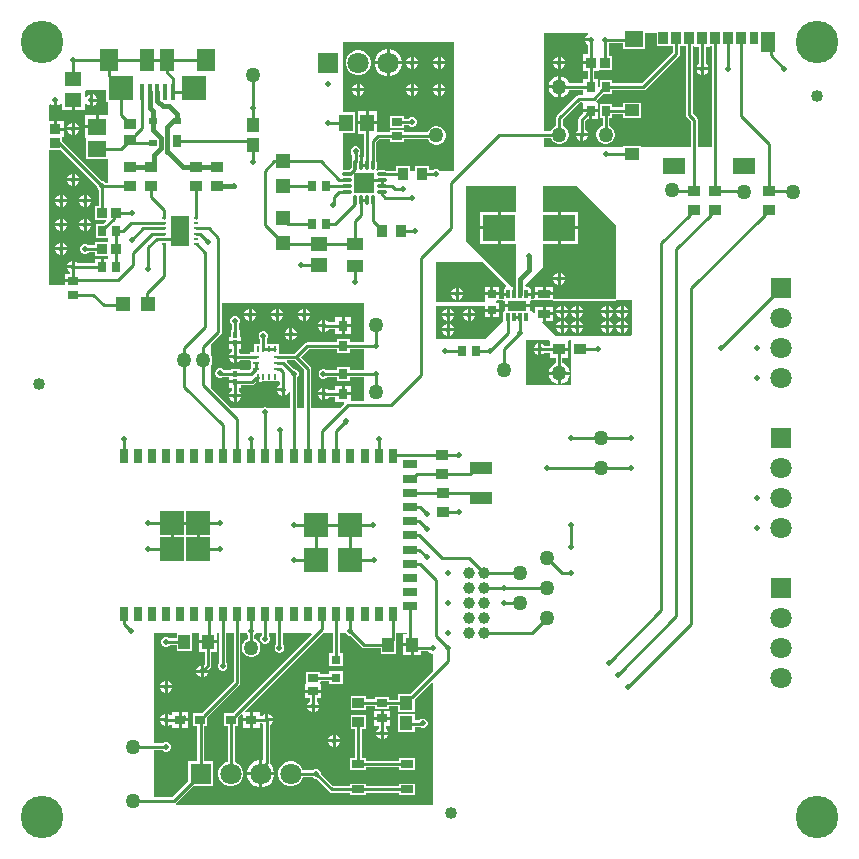
<source format=gtl>
G04*
G04 #@! TF.GenerationSoftware,Altium Limited,Altium Designer,21.6.1 (37)*
G04*
G04 Layer_Physical_Order=1*
G04 Layer_Color=255*
%FSLAX25Y25*%
%MOIN*%
G70*
G04*
G04 #@! TF.SameCoordinates,73E9E975-D0D0-4EA9-B34E-A532BCE81F18*
G04*
G04*
G04 #@! TF.FilePolarity,Positive*
G04*
G01*
G75*
%ADD13C,0.01000*%
%ADD20C,0.05000*%
%ADD21R,0.06299X0.03543*%
%ADD22R,0.10630X0.08661*%
%ADD23R,0.03150X0.03150*%
%ADD24R,0.03937X0.03543*%
%ADD25R,0.07480X0.04331*%
%ADD26R,0.00984X0.01870*%
%ADD27R,0.01870X0.00984*%
%ADD28R,0.03347X0.02756*%
%ADD29R,0.03543X0.03347*%
%ADD30R,0.04134X0.02559*%
%ADD31R,0.07874X0.07874*%
%ADD32R,0.04724X0.02756*%
%ADD33R,0.02756X0.04724*%
%ADD34R,0.01822X0.02182*%
%ADD35R,0.04724X0.04724*%
%ADD36R,0.03543X0.03937*%
%ADD37R,0.04528X0.05709*%
%ADD38R,0.04331X0.04921*%
%ADD39R,0.02756X0.03347*%
G04:AMPARAMS|DCode=40|XSize=29.13mil|YSize=11.02mil|CornerRadius=1.38mil|HoleSize=0mil|Usage=FLASHONLY|Rotation=90.000|XOffset=0mil|YOffset=0mil|HoleType=Round|Shape=RoundedRectangle|*
%AMROUNDEDRECTD40*
21,1,0.02913,0.00827,0,0,90.0*
21,1,0.02638,0.01102,0,0,90.0*
1,1,0.00276,0.00413,0.01319*
1,1,0.00276,0.00413,-0.01319*
1,1,0.00276,-0.00413,-0.01319*
1,1,0.00276,-0.00413,0.01319*
%
%ADD40ROUNDEDRECTD40*%
%ADD41R,0.03543X0.03150*%
%ADD42R,0.03347X0.02953*%
%ADD43R,0.03150X0.03543*%
%ADD44R,0.02756X0.02756*%
%ADD45R,0.03347X0.03543*%
%ADD46R,0.02953X0.03347*%
%ADD47R,0.01575X0.00984*%
%ADD48R,0.06299X0.09843*%
%ADD49R,0.05512X0.04134*%
%ADD50R,0.05709X0.04528*%
%ADD53R,0.04724X0.04724*%
%ADD54R,0.03937X0.04921*%
%ADD55R,0.06127X0.05728*%
%ADD56R,0.02756X0.02362*%
%ADD57R,0.02756X0.03937*%
%ADD58R,0.01575X0.05315*%
%ADD59R,0.08268X0.07874*%
%ADD60R,0.06299X0.07480*%
%ADD61R,0.04724X0.07480*%
%ADD62R,0.07480X0.05315*%
%ADD63R,0.04724X0.03937*%
%ADD64R,0.06102X0.05315*%
%ADD65R,0.03347X0.04331*%
%ADD66R,0.02953X0.04331*%
%ADD67R,0.04606X0.07087*%
%ADD131C,0.04000*%
%ADD132O,0.01102X0.03347*%
%ADD133O,0.03347X0.01102*%
%ADD134R,0.06693X0.06693*%
%ADD135C,0.01500*%
%ADD136C,0.01575*%
%ADD137C,0.07087*%
%ADD138R,0.07087X0.07087*%
%ADD139R,0.07087X0.07087*%
%ADD140C,0.03960*%
%ADD141C,0.14173*%
%ADD142C,0.02000*%
%ADD143C,0.01968*%
G36*
X213473Y265544D02*
X218955D01*
Y263541D01*
X208535Y253121D01*
X198635D01*
Y254273D01*
X194483D01*
Y251905D01*
X194417Y251861D01*
X193917Y252128D01*
Y254673D01*
X192759D01*
Y257228D01*
X194311D01*
Y257628D01*
X198635D01*
Y262372D01*
X197484D01*
Y266421D01*
X197541Y266478D01*
X202410D01*
Y264559D01*
X209712D01*
Y270000D01*
X213473D01*
Y265544D01*
D02*
G37*
G36*
X231947Y232000D02*
X227121D01*
Y241000D01*
X227036Y241429D01*
X226793Y241793D01*
X226793Y241793D01*
X225529Y243057D01*
Y265544D01*
X226065D01*
Y265144D01*
X227617D01*
Y259700D01*
X227605Y259696D01*
X227043Y259133D01*
X226781Y258500D01*
X230696D01*
X230434Y259133D01*
X229871Y259696D01*
X229860Y259700D01*
Y265144D01*
X231411D01*
Y265544D01*
X231947D01*
Y232000D01*
D02*
G37*
G36*
X190719Y269500D02*
X190467Y269395D01*
X189904Y268833D01*
X189642Y268200D01*
X191600D01*
Y267200D01*
X189642D01*
X189904Y266567D01*
X190467Y266004D01*
X190516Y265984D01*
Y262772D01*
X188965D01*
Y260500D01*
X191638D01*
Y259500D01*
X188965D01*
Y257228D01*
X190516D01*
Y254673D01*
X188965D01*
Y253121D01*
X184323D01*
X184262Y253351D01*
X183801Y254149D01*
X183149Y254801D01*
X182351Y255261D01*
X181500Y255489D01*
Y252000D01*
Y248511D01*
X182351Y248739D01*
X183149Y249199D01*
X183801Y249851D01*
X184262Y250649D01*
X184323Y250879D01*
X188965D01*
Y249327D01*
X188550Y249121D01*
X187500D01*
X187500Y249122D01*
X187071Y249036D01*
X186707Y248793D01*
X186707Y248793D01*
X180207Y242293D01*
X179964Y241929D01*
X179878Y241500D01*
X179878Y241500D01*
Y238909D01*
X179803Y238889D01*
X179097Y238481D01*
X178519Y237903D01*
X178111Y237197D01*
X178091Y237122D01*
X176000D01*
Y270000D01*
X190620D01*
X190719Y269500D01*
D02*
G37*
G36*
X223286Y242593D02*
X223286Y242593D01*
X223371Y242163D01*
X223614Y241799D01*
X224879Y240535D01*
Y232000D01*
X208334D01*
Y232098D01*
X202410D01*
Y232000D01*
X176000D01*
Y234878D01*
X178091D01*
X178111Y234803D01*
X178519Y234097D01*
X179097Y233519D01*
X179803Y233111D01*
X180592Y232900D01*
X181408D01*
X182197Y233111D01*
X182903Y233519D01*
X183481Y234097D01*
X183889Y234803D01*
X184100Y235592D01*
Y236408D01*
X183889Y237197D01*
X183481Y237903D01*
X182903Y238481D01*
X182197Y238889D01*
X182122Y238909D01*
Y241035D01*
X187965Y246879D01*
X188550D01*
X188965Y246673D01*
X188965Y246378D01*
Y244500D01*
X191441D01*
X193917D01*
Y246673D01*
X193453D01*
X193302Y247173D01*
X193352Y247207D01*
X195872Y249727D01*
X198635D01*
Y250879D01*
X209000D01*
X209000Y250878D01*
X209429Y250964D01*
X209793Y251207D01*
X220870Y262284D01*
X220870Y262284D01*
X221113Y262648D01*
X221198Y263077D01*
X221198Y263077D01*
Y265544D01*
X223286D01*
Y242593D01*
D02*
G37*
G36*
X30061Y246977D02*
X30500D01*
Y242508D01*
X27500D01*
Y238644D01*
X27000D01*
Y238144D01*
X22937D01*
Y234780D01*
X23337D01*
Y227892D01*
X30500D01*
Y219972D01*
X29779D01*
X29544Y220207D01*
X28956Y220450D01*
X28624D01*
X16275Y232799D01*
X16251Y232835D01*
X16251Y232835D01*
X15372Y233715D01*
Y235189D01*
X15772D01*
Y237362D01*
X13000D01*
Y237862D01*
X12500D01*
Y240535D01*
X11000D01*
Y245965D01*
X11500Y246172D01*
X11867Y245805D01*
X12500Y245542D01*
Y247500D01*
X13500D01*
Y245542D01*
X14133Y245805D01*
X14646Y246317D01*
X14879Y246284D01*
X15146Y246164D01*
Y244193D01*
X18500D01*
Y247457D01*
X19500D01*
Y244193D01*
X22854D01*
Y246164D01*
X23121Y246284D01*
X23354Y246317D01*
X23867Y245805D01*
X24500Y245542D01*
Y247500D01*
Y249458D01*
X23867Y249196D01*
X23354Y248683D01*
X23121Y248716D01*
X22854Y248836D01*
X22854Y250721D01*
X23239Y251000D01*
X30061D01*
Y246977D01*
D02*
G37*
G36*
X146000Y224000D02*
X141263D01*
X140906Y224356D01*
X140318Y224600D01*
X139682D01*
X139094Y224356D01*
X138859Y224121D01*
X137521D01*
Y225569D01*
X132778D01*
Y224000D01*
X131222D01*
Y225569D01*
X126479D01*
Y224074D01*
X123191D01*
X122929Y224127D01*
X120685D01*
X120494Y224089D01*
X120091Y224492D01*
X120090Y224500D01*
X120126Y224685D01*
Y226929D01*
X120074Y227191D01*
Y233488D01*
X121201Y234615D01*
X124727D01*
Y233758D01*
X129273D01*
Y234615D01*
X137108D01*
X137111Y234603D01*
X137519Y233897D01*
X138097Y233319D01*
X138803Y232911D01*
X139592Y232700D01*
X140408D01*
X141197Y232911D01*
X141903Y233319D01*
X142481Y233897D01*
X142889Y234603D01*
X143100Y235392D01*
Y236208D01*
X142889Y236997D01*
X142481Y237703D01*
X141903Y238281D01*
X141197Y238689D01*
X140408Y238900D01*
X139592D01*
X138803Y238689D01*
X138097Y238281D01*
X137519Y237703D01*
X137111Y236997D01*
X137074Y236858D01*
X129273D01*
Y237714D01*
X124727D01*
Y236858D01*
X120736D01*
X120350Y237174D01*
Y239500D01*
X117087D01*
X113823D01*
Y236146D01*
X115965D01*
Y228716D01*
X115516Y228451D01*
Y225807D01*
X114516D01*
Y228603D01*
X114222Y228820D01*
Y229359D01*
X114456Y229594D01*
X114700Y230182D01*
Y230818D01*
X114456Y231406D01*
X114006Y231856D01*
X113418Y232100D01*
X112782D01*
X112194Y231856D01*
X111744Y231406D01*
X111500Y230818D01*
Y230182D01*
X111744Y229594D01*
X111978Y229359D01*
Y227402D01*
X111963Y227378D01*
X111873Y226929D01*
Y225097D01*
X110903Y224127D01*
X109071D01*
X109000Y224185D01*
Y236546D01*
X112864D01*
Y243454D01*
X109000D01*
Y267000D01*
X146000D01*
Y224000D01*
D02*
G37*
G36*
X27038Y218864D02*
Y218532D01*
X27281Y217944D01*
X27516Y217709D01*
Y212372D01*
X26365D01*
Y207628D01*
X29835D01*
X30042Y207128D01*
X29187Y206273D01*
X26758D01*
Y201727D01*
X30500D01*
Y200372D01*
X26365D01*
Y199122D01*
X24141D01*
X23906Y199356D01*
X23318Y199600D01*
X22682D01*
X22094Y199356D01*
X21644Y198906D01*
X21400Y198318D01*
Y197682D01*
X21644Y197094D01*
X22094Y196644D01*
X22682Y196400D01*
X23318D01*
X23906Y196644D01*
X24141Y196878D01*
X26365D01*
Y195628D01*
X30500D01*
Y194673D01*
X29236D01*
Y192000D01*
X28236D01*
Y194673D01*
X26358D01*
Y193122D01*
X20700D01*
X20696Y193133D01*
X20133Y193695D01*
X19500Y193958D01*
Y192000D01*
X19000D01*
Y191500D01*
X17042D01*
X17304Y190867D01*
X17867Y190305D01*
X17878Y190300D01*
Y189642D01*
X16327D01*
Y187764D01*
X19000D01*
Y186764D01*
X16327D01*
Y186000D01*
X11000D01*
Y230865D01*
X15037D01*
X27038Y218864D01*
D02*
G37*
G36*
X166519Y210685D02*
X166166Y210331D01*
X161461D01*
Y205000D01*
Y199669D01*
X166542D01*
X166572Y185798D01*
X166516Y185748D01*
Y182878D01*
X165516D01*
Y185340D01*
X165167Y185270D01*
X150000Y200599D01*
Y219000D01*
X166501D01*
X166519Y210685D01*
D02*
G37*
G36*
X163178Y185737D02*
X163039Y185168D01*
X162814Y185017D01*
X162562Y184641D01*
X162474Y184197D01*
Y183378D01*
X164047D01*
Y182378D01*
X162474D01*
Y181559D01*
X162363Y181423D01*
X160878D01*
Y182500D01*
X158500D01*
X156122D01*
Y180622D01*
X155934Y180200D01*
X140000D01*
Y193500D01*
X155500D01*
X163178Y185737D01*
D02*
G37*
G36*
X187000Y219000D02*
X200000Y206000D01*
Y181704D01*
X199646Y181351D01*
X179067Y181403D01*
Y182500D01*
X176000D01*
X172933D01*
Y181773D01*
X172579Y181420D01*
X171638Y181422D01*
X171526Y181559D01*
Y182378D01*
X169953D01*
Y183378D01*
X171526D01*
Y184197D01*
X171438Y184641D01*
X171186Y185017D01*
X170810Y185269D01*
X170366Y185357D01*
X169764D01*
X169557Y185857D01*
X175600Y191900D01*
Y199669D01*
X180539D01*
Y205000D01*
Y210331D01*
X175600D01*
Y219000D01*
X187000Y219000D01*
D02*
G37*
G36*
X205114Y169302D02*
X204760Y168949D01*
X179666Y169050D01*
X175288Y173567D01*
X175483Y174028D01*
X175500D01*
Y176307D01*
X176000D01*
D01*
X175500D01*
Y178587D01*
X172933D01*
Y176663D01*
X172470Y176476D01*
X171772Y177195D01*
X171150D01*
Y178500D01*
X167000D01*
X162850D01*
Y177195D01*
X162695D01*
X162330Y176830D01*
X162316Y173834D01*
X156150Y168000D01*
X140000D01*
Y178895D01*
X156122D01*
Y177988D01*
X158500D01*
X160878D01*
Y179866D01*
X159997D01*
X159806Y180328D01*
X160287Y180809D01*
X160792D01*
X160878Y180774D01*
X162362D01*
X162550Y180703D01*
X162850Y180525D01*
Y179500D01*
X167000D01*
X171150D01*
Y180522D01*
X171453Y180703D01*
X171634Y180772D01*
X171650Y180773D01*
X172577Y180770D01*
X172578Y180771D01*
X172578Y180770D01*
X172673Y180809D01*
X178932D01*
X179065Y180754D01*
X199644Y180702D01*
X199645Y180702D01*
X199645Y180702D01*
X199873Y180796D01*
X199906Y180809D01*
X205114D01*
Y169302D01*
D02*
G37*
G36*
X116000Y166775D02*
X111175D01*
Y168025D01*
X106825D01*
Y166775D01*
X97000D01*
X96571Y166690D01*
X96207Y166447D01*
X96207Y166447D01*
X92850Y163090D01*
X87445D01*
Y164429D01*
X87474Y164577D01*
X87445Y164725D01*
Y166112D01*
X83537D01*
Y167875D01*
X83756Y168094D01*
X84000Y168682D01*
Y169318D01*
X83756Y169906D01*
X83306Y170356D01*
X82718Y170600D01*
X82082D01*
X81494Y170356D01*
X81044Y169906D01*
X80800Y169318D01*
Y168682D01*
X80932Y168364D01*
X80964Y168202D01*
X81207Y167838D01*
X81294Y167751D01*
Y166112D01*
X79355D01*
Y163461D01*
X77872D01*
Y163090D01*
X74713D01*
X74695Y163133D01*
X74133Y163696D01*
X74122Y163700D01*
Y164514D01*
X74911D01*
Y166105D01*
X73000D01*
X71089D01*
Y164514D01*
X71878D01*
Y163700D01*
X71867Y163696D01*
X71305Y163133D01*
X71042Y162500D01*
X73000D01*
Y162000D01*
X73500D01*
Y160042D01*
X74133Y160304D01*
X74675Y160847D01*
X77872D01*
Y160476D01*
X78272D01*
Y158083D01*
X77706Y157517D01*
X74511D01*
Y158086D01*
X71489D01*
Y157517D01*
X69246D01*
X68906Y157856D01*
X68318Y158100D01*
X67682D01*
X67094Y157856D01*
X66644Y157406D01*
X66400Y156818D01*
Y156182D01*
X66644Y155594D01*
X67094Y155144D01*
X67682Y154900D01*
X68318D01*
X68906Y155144D01*
X69036Y155273D01*
X71089D01*
Y154105D01*
X73000D01*
Y153105D01*
X71089D01*
Y151514D01*
X71878D01*
Y150700D01*
X71867Y150696D01*
X71305Y150133D01*
X71042Y149500D01*
X74958D01*
X74695Y150133D01*
X74133Y150696D01*
X74122Y150700D01*
Y151514D01*
X74911D01*
Y152483D01*
X78629D01*
X78629Y152483D01*
X79058Y152569D01*
X79422Y152812D01*
X79947Y153337D01*
Y155423D01*
X80947D01*
Y153488D01*
X81939D01*
Y153888D01*
X87445D01*
Y153888D01*
X87878Y153728D01*
Y152700D01*
X87867Y152696D01*
X87305Y152133D01*
X87042Y151500D01*
X89000D01*
Y151000D01*
X89500D01*
Y149042D01*
X90133Y149304D01*
X90696Y149867D01*
X90878Y150309D01*
X91378Y150209D01*
Y145000D01*
X83560D01*
X83318Y145100D01*
X82682D01*
X82440Y145000D01*
X71586D01*
X65000Y151586D01*
Y159377D01*
X65189Y159703D01*
X65400Y160492D01*
Y161308D01*
X65189Y162097D01*
X65000Y162424D01*
Y166414D01*
X68193Y169607D01*
X68436Y169971D01*
X68522Y170400D01*
X68522Y170400D01*
Y180000D01*
X116000D01*
Y166775D01*
D02*
G37*
G36*
X185000Y152500D02*
X170000D01*
Y167500D01*
X177583D01*
X177988Y167272D01*
X177988Y167000D01*
Y165622D01*
X176200D01*
X176196Y165633D01*
X175633Y166195D01*
X175000Y166458D01*
Y164500D01*
Y162542D01*
X175633Y162804D01*
X176196Y163367D01*
X176200Y163378D01*
X177988D01*
Y161728D01*
X179835D01*
Y159811D01*
X179649Y159762D01*
X178851Y159301D01*
X178199Y158649D01*
X177738Y157851D01*
X177510Y157000D01*
X181000D01*
X184490D01*
X184262Y157851D01*
X183801Y158649D01*
X183149Y159301D01*
X182351Y159762D01*
X182078Y159835D01*
Y161728D01*
X183925D01*
Y164000D01*
X180957D01*
Y165000D01*
X183925D01*
Y167000D01*
X183925Y167272D01*
X184331Y167500D01*
X185000D01*
Y152500D01*
D02*
G37*
G36*
X116000Y157468D02*
X111175D01*
Y158718D01*
X106825D01*
Y157468D01*
X103548D01*
X103313Y157703D01*
X102725Y157947D01*
X102089D01*
X101500Y157703D01*
X101050Y157253D01*
X100807Y156665D01*
Y156028D01*
X101050Y155440D01*
X101500Y154990D01*
X102089Y154746D01*
X102725D01*
X103313Y154990D01*
X103548Y155225D01*
X106825D01*
Y153975D01*
X111175D01*
Y155225D01*
X116000D01*
Y147122D01*
X111575D01*
Y149153D01*
X109000D01*
Y149653D01*
X108500D01*
Y152425D01*
X106425D01*
Y150775D01*
X104200D01*
X104195Y150786D01*
X103633Y151349D01*
X103000Y151611D01*
Y149653D01*
Y147696D01*
X103633Y147958D01*
X104195Y148521D01*
X104200Y148532D01*
X106425D01*
Y146882D01*
X109189D01*
X109396Y146382D01*
X108014Y145000D01*
X98320D01*
Y158085D01*
X98235Y158514D01*
X97992Y158878D01*
X97992Y158878D01*
X94901Y161969D01*
X97465Y164532D01*
X106825D01*
Y163282D01*
X111175D01*
Y164532D01*
X116000D01*
Y157468D01*
D02*
G37*
G36*
X96077Y157620D02*
Y145000D01*
X93622D01*
Y155259D01*
X93856Y155494D01*
X94100Y156082D01*
Y156718D01*
X93856Y157306D01*
X93406Y157756D01*
X92818Y158000D01*
X92486D01*
X90139Y160347D01*
X90346Y160847D01*
X92850D01*
X96077Y157620D01*
D02*
G37*
G36*
X53495Y70000D02*
Y68122D01*
X51141D01*
X50906Y68356D01*
X50318Y68600D01*
X49682D01*
X49094Y68356D01*
X48644Y67906D01*
X48400Y67318D01*
Y66682D01*
X48644Y66094D01*
X49094Y65644D01*
X49682Y65400D01*
X50318D01*
X50906Y65644D01*
X51141Y65878D01*
X53495D01*
Y63939D01*
X58631D01*
Y70000D01*
X60969D01*
Y67500D01*
X63937D01*
X66905D01*
Y70000D01*
X67731D01*
Y60194D01*
X67444Y59906D01*
X67200Y59318D01*
Y58682D01*
X67444Y58094D01*
X67894Y57644D01*
X68482Y57400D01*
X69118D01*
X69706Y57644D01*
X70156Y58094D01*
X70400Y58682D01*
Y59318D01*
X70156Y59906D01*
X69974Y60089D01*
Y70000D01*
X72455D01*
Y53695D01*
X61935Y43175D01*
X58975D01*
Y38825D01*
X60378D01*
Y27143D01*
X57357D01*
Y20443D01*
X52035Y15122D01*
X46000D01*
Y30878D01*
X48859D01*
X49094Y30644D01*
X49682Y30400D01*
X50318D01*
X50906Y30644D01*
X51356Y31094D01*
X51600Y31682D01*
Y32318D01*
X51356Y32906D01*
X50906Y33356D01*
X50318Y33600D01*
X49682D01*
X49094Y33356D01*
X48859Y33122D01*
X46000D01*
Y70000D01*
X53495D01*
D02*
G37*
G36*
X76775D02*
X76944Y69594D01*
X77177Y69360D01*
Y67909D01*
X77103Y67889D01*
X76397Y67481D01*
X75819Y66903D01*
X75411Y66197D01*
X75200Y65408D01*
Y64592D01*
X75411Y63803D01*
X75819Y63097D01*
X76397Y62519D01*
X77103Y62111D01*
X77892Y61900D01*
X78708D01*
X79497Y62111D01*
X80203Y62519D01*
X80781Y63097D01*
X81189Y63803D01*
X81400Y64592D01*
Y65408D01*
X81189Y66197D01*
X80781Y66903D01*
X80203Y67481D01*
X79497Y67889D01*
X79420Y67909D01*
Y69358D01*
X79656Y69594D01*
X79825Y70000D01*
X81904D01*
Y69141D01*
X81669Y68906D01*
X81426Y68318D01*
Y67682D01*
X81669Y67094D01*
X82119Y66644D01*
X82707Y66400D01*
X83344D01*
X83932Y66644D01*
X84382Y67094D01*
X84626Y67682D01*
Y68318D01*
X84382Y68906D01*
X84147Y69141D01*
Y70000D01*
X86628D01*
Y66141D01*
X86394Y65906D01*
X86150Y65318D01*
Y64682D01*
X86394Y64094D01*
X86844Y63644D01*
X87432Y63400D01*
X88068D01*
X88656Y63644D01*
X89106Y64094D01*
X89350Y64682D01*
Y65318D01*
X89106Y65906D01*
X88872Y66141D01*
Y70000D01*
X98414Y70000D01*
X98606Y69538D01*
X72242Y43175D01*
X69282D01*
Y38825D01*
X70532D01*
Y27030D01*
X69901Y26861D01*
X68956Y26316D01*
X68185Y25544D01*
X67639Y24599D01*
X67357Y23546D01*
Y22455D01*
X67639Y21401D01*
X68185Y20456D01*
X68956Y19684D01*
X69901Y19139D01*
X70955Y18857D01*
X72045D01*
X73099Y19139D01*
X74044Y19684D01*
X74815Y20456D01*
X75361Y21401D01*
X75643Y22455D01*
Y23546D01*
X75361Y24599D01*
X74815Y25544D01*
X74044Y26316D01*
X73099Y26861D01*
X72775Y26948D01*
Y38825D01*
X74025D01*
Y41785D01*
X75113Y42873D01*
X75575Y42682D01*
Y41500D01*
X77846D01*
Y43575D01*
X76468D01*
X76276Y44037D01*
X102240Y70000D01*
X105526D01*
Y63128D01*
X104425D01*
Y58778D01*
X108775D01*
Y63128D01*
X107769D01*
Y70000D01*
X109875D01*
X110044Y69594D01*
X110494Y69144D01*
X111082Y68900D01*
X111414D01*
X115107Y65207D01*
X115107Y65207D01*
X115471Y64964D01*
X115900Y64878D01*
X115900Y64878D01*
X121494D01*
Y62939D01*
X126631D01*
Y67360D01*
X126653Y67469D01*
X126653Y67469D01*
Y68477D01*
X126667Y68546D01*
Y70000D01*
X130097D01*
Y69461D01*
X128969D01*
Y66500D01*
X131937D01*
Y66000D01*
X132437D01*
Y62539D01*
X134906D01*
Y63878D01*
X137300D01*
X137304Y63867D01*
X137867Y63305D01*
X138602Y63000D01*
X139000D01*
Y57133D01*
X131474Y49607D01*
X127235D01*
Y47681D01*
X124273D01*
Y48635D01*
X119727D01*
Y47771D01*
X116569D01*
Y49021D01*
X111432D01*
Y44278D01*
X116569D01*
Y45528D01*
X119727D01*
Y44483D01*
X124273D01*
Y45437D01*
X127235D01*
Y43486D01*
X132765D01*
Y47726D01*
X138538Y53498D01*
X139000Y53307D01*
Y12500D01*
X53345D01*
X53273Y12592D01*
X53293Y13207D01*
X58943Y18857D01*
X65643D01*
Y27143D01*
X62622D01*
Y38825D01*
X63718D01*
Y41785D01*
X74370Y52437D01*
X74370Y52437D01*
X74613Y52801D01*
X74698Y53230D01*
X74698Y53230D01*
Y70000D01*
X76775D01*
D02*
G37*
%LPC*%
G36*
X230696Y257500D02*
X229238D01*
Y256042D01*
X229871Y256305D01*
X230434Y256867D01*
X230696Y257500D01*
D02*
G37*
G36*
X228238D02*
X226781D01*
X227043Y256867D01*
X227605Y256305D01*
X228238Y256042D01*
Y257500D01*
D02*
G37*
G36*
X181500Y261958D02*
Y260500D01*
X182958D01*
X182695Y261133D01*
X182133Y261696D01*
X181500Y261958D01*
D02*
G37*
G36*
X180500D02*
X179867Y261696D01*
X179305Y261133D01*
X179042Y260500D01*
X180500D01*
Y261958D01*
D02*
G37*
G36*
X182958Y259500D02*
X181500D01*
Y258042D01*
X182133Y258305D01*
X182695Y258867D01*
X182958Y259500D01*
D02*
G37*
G36*
X180500D02*
X179042D01*
X179305Y258867D01*
X179867Y258305D01*
X180500Y258042D01*
Y259500D01*
D02*
G37*
G36*
X180500Y255489D02*
X179649Y255261D01*
X178851Y254801D01*
X178199Y254149D01*
X177738Y253351D01*
X177510Y252500D01*
X180500D01*
Y255489D01*
D02*
G37*
G36*
Y251500D02*
X177510D01*
X177738Y250649D01*
X178199Y249851D01*
X178851Y249199D01*
X179649Y248739D01*
X180500Y248511D01*
Y251500D01*
D02*
G37*
G36*
X208334Y246665D02*
X202410D01*
Y245122D01*
X198635D01*
Y246273D01*
X194483D01*
Y241727D01*
X195438D01*
Y238925D01*
X195303Y238889D01*
X194597Y238481D01*
X194019Y237903D01*
X193611Y237197D01*
X193400Y236408D01*
Y235592D01*
X193611Y234803D01*
X194019Y234097D01*
X194597Y233519D01*
X195303Y233111D01*
X196092Y232900D01*
X196908D01*
X197697Y233111D01*
X198403Y233519D01*
X198981Y234097D01*
X199389Y234803D01*
X199600Y235592D01*
Y236408D01*
X199389Y237197D01*
X198981Y237903D01*
X198403Y238481D01*
X197697Y238889D01*
X197681Y238893D01*
Y241727D01*
X198635D01*
Y242879D01*
X202410D01*
Y241528D01*
X208334D01*
Y246665D01*
D02*
G37*
G36*
X193917Y243500D02*
X191941D01*
Y241327D01*
X193917D01*
Y243500D01*
D02*
G37*
G36*
X190941D02*
X188965D01*
Y243110D01*
X187707Y241852D01*
X187464Y241488D01*
X187378Y241059D01*
X187378Y241059D01*
Y237700D01*
X187367Y237696D01*
X186804Y237133D01*
X186542Y236500D01*
X190458D01*
X190196Y237133D01*
X189633Y237696D01*
X189622Y237700D01*
Y240595D01*
X190354Y241327D01*
X190941D01*
Y243500D01*
D02*
G37*
G36*
X190458Y235500D02*
X189000D01*
Y234042D01*
X189633Y234304D01*
X190196Y234867D01*
X190458Y235500D01*
D02*
G37*
G36*
X188000D02*
X186542D01*
X186804Y234867D01*
X187367Y234304D01*
X188000Y234042D01*
Y235500D01*
D02*
G37*
G36*
X25500Y249458D02*
Y248000D01*
X26958D01*
X26695Y248633D01*
X26133Y249196D01*
X25500Y249458D01*
D02*
G37*
G36*
X26958Y247000D02*
X25500D01*
Y245542D01*
X26133Y245805D01*
X26695Y246367D01*
X26958Y247000D01*
D02*
G37*
G36*
X26500Y242508D02*
X22937D01*
Y239144D01*
X26500D01*
Y242508D01*
D02*
G37*
G36*
X19500Y239958D02*
Y238500D01*
X20958D01*
X20696Y239133D01*
X20133Y239696D01*
X19500Y239958D01*
D02*
G37*
G36*
X18500D02*
X17867Y239696D01*
X17304Y239133D01*
X17042Y238500D01*
X18500D01*
Y239958D01*
D02*
G37*
G36*
X15772Y240535D02*
X13500D01*
Y238362D01*
X15772D01*
Y240535D01*
D02*
G37*
G36*
X20958Y237500D02*
X19500D01*
Y236042D01*
X20133Y236304D01*
X20696Y236867D01*
X20958Y237500D01*
D02*
G37*
G36*
X18500D02*
X17042D01*
X17304Y236867D01*
X17867Y236304D01*
X18500Y236042D01*
Y237500D01*
D02*
G37*
G36*
X124598Y264543D02*
X124500D01*
Y260500D01*
X128543D01*
Y260598D01*
X128234Y261754D01*
X127636Y262790D01*
X126790Y263635D01*
X125754Y264234D01*
X124598Y264543D01*
D02*
G37*
G36*
X141500Y261958D02*
Y260500D01*
X142958D01*
X142695Y261133D01*
X142133Y261696D01*
X141500Y261958D01*
D02*
G37*
G36*
X140500D02*
X139867Y261696D01*
X139304Y261133D01*
X139042Y260500D01*
X140500D01*
Y261958D01*
D02*
G37*
G36*
X132500D02*
Y260500D01*
X133958D01*
X133695Y261133D01*
X133133Y261696D01*
X132500Y261958D01*
D02*
G37*
G36*
X131500D02*
X130867Y261696D01*
X130305Y261133D01*
X130042Y260500D01*
X131500D01*
Y261958D01*
D02*
G37*
G36*
X123500Y264543D02*
X123402D01*
X122246Y264234D01*
X121210Y263635D01*
X120364Y262790D01*
X119766Y261754D01*
X119457Y260598D01*
Y260500D01*
X123500D01*
Y264543D01*
D02*
G37*
G36*
X142958Y259500D02*
X141500D01*
Y258042D01*
X142133Y258305D01*
X142695Y258867D01*
X142958Y259500D01*
D02*
G37*
G36*
X140500D02*
X139042D01*
X139304Y258867D01*
X139867Y258305D01*
X140500Y258042D01*
Y259500D01*
D02*
G37*
G36*
X133958D02*
X132500D01*
Y258042D01*
X133133Y258305D01*
X133695Y258867D01*
X133958Y259500D01*
D02*
G37*
G36*
X131500D02*
X130042D01*
X130305Y258867D01*
X130867Y258305D01*
X131500Y258042D01*
Y259500D01*
D02*
G37*
G36*
X114546Y264143D02*
X113454D01*
X112401Y263861D01*
X111456Y263316D01*
X110685Y262544D01*
X110139Y261599D01*
X109857Y260545D01*
Y259454D01*
X110139Y258401D01*
X110685Y257456D01*
X111456Y256684D01*
X112401Y256139D01*
X113454Y255857D01*
X114546D01*
X115599Y256139D01*
X116544Y256684D01*
X117315Y257456D01*
X117861Y258401D01*
X118143Y259454D01*
Y260545D01*
X117861Y261599D01*
X117315Y262544D01*
X116544Y263316D01*
X115599Y263861D01*
X114546Y264143D01*
D02*
G37*
G36*
X128543Y259500D02*
X124500D01*
Y255457D01*
X124598D01*
X125754Y255766D01*
X126790Y256364D01*
X127636Y257210D01*
X128234Y258246D01*
X128543Y259402D01*
Y259500D01*
D02*
G37*
G36*
X123500D02*
X119457D01*
Y259402D01*
X119766Y258246D01*
X120364Y257210D01*
X121210Y256364D01*
X122246Y255766D01*
X123402Y255457D01*
X123500D01*
Y259500D01*
D02*
G37*
G36*
X141500Y252958D02*
Y251500D01*
X142958D01*
X142695Y252133D01*
X142133Y252695D01*
X141500Y252958D01*
D02*
G37*
G36*
X140500D02*
X139867Y252695D01*
X139304Y252133D01*
X139042Y251500D01*
X140500D01*
Y252958D01*
D02*
G37*
G36*
X132500D02*
Y251500D01*
X133958D01*
X133695Y252133D01*
X133133Y252695D01*
X132500Y252958D01*
D02*
G37*
G36*
X131500D02*
X130867Y252695D01*
X130305Y252133D01*
X130042Y251500D01*
X131500D01*
Y252958D01*
D02*
G37*
G36*
X114500D02*
Y251500D01*
X115958D01*
X115696Y252133D01*
X115133Y252695D01*
X114500Y252958D01*
D02*
G37*
G36*
X113500D02*
X112867Y252695D01*
X112304Y252133D01*
X112042Y251500D01*
X113500D01*
Y252958D01*
D02*
G37*
G36*
X142958Y250500D02*
X141500D01*
Y249042D01*
X142133Y249305D01*
X142695Y249867D01*
X142958Y250500D01*
D02*
G37*
G36*
X140500D02*
X139042D01*
X139304Y249867D01*
X139867Y249305D01*
X140500Y249042D01*
Y250500D01*
D02*
G37*
G36*
X133958D02*
X132500D01*
Y249042D01*
X133133Y249305D01*
X133695Y249867D01*
X133958Y250500D01*
D02*
G37*
G36*
X131500D02*
X130042D01*
X130305Y249867D01*
X130867Y249305D01*
X131500Y249042D01*
Y250500D01*
D02*
G37*
G36*
X115958D02*
X114500D01*
Y249042D01*
X115133Y249305D01*
X115696Y249867D01*
X115958Y250500D01*
D02*
G37*
G36*
X113500D02*
X112042D01*
X112304Y249867D01*
X112867Y249305D01*
X113500Y249042D01*
Y250500D01*
D02*
G37*
G36*
X120350Y243854D02*
X117587D01*
Y240500D01*
X120350D01*
Y243854D01*
D02*
G37*
G36*
X116587D02*
X113823D01*
Y240500D01*
X116587D01*
Y243854D01*
D02*
G37*
G36*
X129273Y242242D02*
X124727D01*
Y238286D01*
X129273D01*
Y239142D01*
X130895D01*
X131094Y238944D01*
X131682Y238700D01*
X132318D01*
X132906Y238944D01*
X133356Y239394D01*
X133600Y239982D01*
Y240618D01*
X133356Y241206D01*
X132906Y241656D01*
X132318Y241900D01*
X131682D01*
X131094Y241656D01*
X130823Y241385D01*
X129273D01*
Y242242D01*
D02*
G37*
G36*
X19500Y222958D02*
Y221500D01*
X20958D01*
X20696Y222133D01*
X20133Y222695D01*
X19500Y222958D01*
D02*
G37*
G36*
X18500D02*
X17867Y222695D01*
X17304Y222133D01*
X17042Y221500D01*
X18500D01*
Y222958D01*
D02*
G37*
G36*
X20958Y220500D02*
X19500D01*
Y219042D01*
X20133Y219304D01*
X20696Y219867D01*
X20958Y220500D01*
D02*
G37*
G36*
X18500D02*
X17042D01*
X17304Y219867D01*
X17867Y219304D01*
X18500Y219042D01*
Y220500D01*
D02*
G37*
G36*
X23500Y215958D02*
Y214500D01*
X24958D01*
X24696Y215133D01*
X24133Y215696D01*
X23500Y215958D01*
D02*
G37*
G36*
X22500D02*
X21867Y215696D01*
X21305Y215133D01*
X21042Y214500D01*
X22500D01*
Y215958D01*
D02*
G37*
G36*
X15500D02*
Y214500D01*
X16958D01*
X16695Y215133D01*
X16133Y215696D01*
X15500Y215958D01*
D02*
G37*
G36*
X14500D02*
X13867Y215696D01*
X13305Y215133D01*
X13042Y214500D01*
X14500D01*
Y215958D01*
D02*
G37*
G36*
X24958Y213500D02*
X23500D01*
Y212042D01*
X24133Y212304D01*
X24696Y212867D01*
X24958Y213500D01*
D02*
G37*
G36*
X22500D02*
X21042D01*
X21305Y212867D01*
X21867Y212304D01*
X22500Y212042D01*
Y213500D01*
D02*
G37*
G36*
X16958D02*
X15500D01*
Y212042D01*
X16133Y212304D01*
X16695Y212867D01*
X16958Y213500D01*
D02*
G37*
G36*
X14500D02*
X13042D01*
X13305Y212867D01*
X13867Y212304D01*
X14500Y212042D01*
Y213500D01*
D02*
G37*
G36*
X23500Y207958D02*
Y206500D01*
X24958D01*
X24696Y207133D01*
X24133Y207696D01*
X23500Y207958D01*
D02*
G37*
G36*
X22500D02*
X21867Y207696D01*
X21305Y207133D01*
X21042Y206500D01*
X22500D01*
Y207958D01*
D02*
G37*
G36*
X15500D02*
Y206500D01*
X16958D01*
X16695Y207133D01*
X16133Y207696D01*
X15500Y207958D01*
D02*
G37*
G36*
X14500D02*
X13867Y207696D01*
X13305Y207133D01*
X13042Y206500D01*
X14500D01*
Y207958D01*
D02*
G37*
G36*
X24958Y205500D02*
X23500D01*
Y204042D01*
X24133Y204305D01*
X24696Y204867D01*
X24958Y205500D01*
D02*
G37*
G36*
X22500D02*
X21042D01*
X21305Y204867D01*
X21867Y204305D01*
X22500Y204042D01*
Y205500D01*
D02*
G37*
G36*
X16958D02*
X15500D01*
Y204042D01*
X16133Y204305D01*
X16695Y204867D01*
X16958Y205500D01*
D02*
G37*
G36*
X14500D02*
X13042D01*
X13305Y204867D01*
X13867Y204305D01*
X14500Y204042D01*
Y205500D01*
D02*
G37*
G36*
X15500Y199958D02*
Y198500D01*
X16958D01*
X16695Y199133D01*
X16133Y199696D01*
X15500Y199958D01*
D02*
G37*
G36*
X14500D02*
X13867Y199696D01*
X13305Y199133D01*
X13042Y198500D01*
X14500D01*
Y199958D01*
D02*
G37*
G36*
X16958Y197500D02*
X15500D01*
Y196042D01*
X16133Y196305D01*
X16695Y196867D01*
X16958Y197500D01*
D02*
G37*
G36*
X14500D02*
X13042D01*
X13305Y196867D01*
X13867Y196305D01*
X14500Y196042D01*
Y197500D01*
D02*
G37*
G36*
X18500Y193958D02*
X17867Y193695D01*
X17304Y193133D01*
X17042Y192500D01*
X18500D01*
Y193958D01*
D02*
G37*
G36*
X160461Y210331D02*
X154646D01*
Y205500D01*
X160461D01*
Y210331D01*
D02*
G37*
G36*
Y204500D02*
X154646D01*
Y199669D01*
X160461D01*
Y204500D01*
D02*
G37*
G36*
X147500Y184958D02*
Y183500D01*
X148958D01*
X148696Y184133D01*
X148133Y184695D01*
X147500Y184958D01*
D02*
G37*
G36*
X146500D02*
X145867Y184695D01*
X145305Y184133D01*
X145042Y183500D01*
X146500D01*
Y184958D01*
D02*
G37*
G36*
X160878Y185378D02*
X159000D01*
Y183500D01*
X160878D01*
Y185378D01*
D02*
G37*
G36*
X158000D02*
X156122D01*
Y183500D01*
X158000D01*
Y185378D01*
D02*
G37*
G36*
X148958Y182500D02*
X147500D01*
Y181042D01*
X148133Y181305D01*
X148696Y181867D01*
X148958Y182500D01*
D02*
G37*
G36*
X146500D02*
X145042D01*
X145305Y181867D01*
X145867Y181305D01*
X146500Y181042D01*
Y182500D01*
D02*
G37*
G36*
X187354Y210331D02*
X181539D01*
Y205500D01*
X187354D01*
Y210331D01*
D02*
G37*
G36*
Y204500D02*
X181539D01*
Y199669D01*
X187354D01*
Y204500D01*
D02*
G37*
G36*
X181500Y189958D02*
Y188500D01*
X182958D01*
X182695Y189133D01*
X182133Y189696D01*
X181500Y189958D01*
D02*
G37*
G36*
X180500D02*
X179867Y189696D01*
X179305Y189133D01*
X179042Y188500D01*
X180500D01*
Y189958D01*
D02*
G37*
G36*
X182958Y187500D02*
X181500D01*
Y186042D01*
X182133Y186304D01*
X182695Y186867D01*
X182958Y187500D01*
D02*
G37*
G36*
X180500D02*
X179042D01*
X179305Y186867D01*
X179867Y186304D01*
X180500Y186042D01*
Y187500D01*
D02*
G37*
G36*
X179067Y185280D02*
X176500D01*
Y183500D01*
X179067D01*
Y185280D01*
D02*
G37*
G36*
X175500D02*
X172933D01*
Y183500D01*
X175500D01*
Y185280D01*
D02*
G37*
G36*
X202500Y178958D02*
Y177500D01*
X203958D01*
X203696Y178133D01*
X203133Y178695D01*
X202500Y178958D01*
D02*
G37*
G36*
X201500D02*
X200867Y178695D01*
X200305Y178133D01*
X200042Y177500D01*
X201500D01*
Y178958D01*
D02*
G37*
G36*
X197500D02*
Y177500D01*
X198958D01*
X198696Y178133D01*
X198133Y178695D01*
X197500Y178958D01*
D02*
G37*
G36*
X196500D02*
X195867Y178695D01*
X195305Y178133D01*
X195042Y177500D01*
X196500D01*
Y178958D01*
D02*
G37*
G36*
X187500D02*
Y177500D01*
X188958D01*
X188696Y178133D01*
X188133Y178695D01*
X187500Y178958D01*
D02*
G37*
G36*
X186500D02*
X185867Y178695D01*
X185304Y178133D01*
X185042Y177500D01*
X186500D01*
Y178958D01*
D02*
G37*
G36*
X182500D02*
Y177500D01*
X183958D01*
X183695Y178133D01*
X183133Y178695D01*
X182500Y178958D01*
D02*
G37*
G36*
X181500D02*
X180867Y178695D01*
X180305Y178133D01*
X180042Y177500D01*
X181500D01*
Y178958D01*
D02*
G37*
G36*
X179067Y178587D02*
X176500D01*
Y176807D01*
X179067D01*
Y178587D01*
D02*
G37*
G36*
X151500Y177958D02*
Y176500D01*
X152958D01*
X152696Y177133D01*
X152133Y177696D01*
X151500Y177958D01*
D02*
G37*
G36*
X150500D02*
X149867Y177696D01*
X149304Y177133D01*
X149042Y176500D01*
X150500D01*
Y177958D01*
D02*
G37*
G36*
X144500D02*
Y176500D01*
X145958D01*
X145695Y177133D01*
X145133Y177696D01*
X144500Y177958D01*
D02*
G37*
G36*
X143500D02*
X142867Y177696D01*
X142305Y177133D01*
X142042Y176500D01*
X143500D01*
Y177958D01*
D02*
G37*
G36*
X160878Y176988D02*
X159000D01*
Y175110D01*
X160878D01*
Y176988D01*
D02*
G37*
G36*
X158000D02*
X156122D01*
Y175110D01*
X158000D01*
Y176988D01*
D02*
G37*
G36*
X203958Y176500D02*
X202500D01*
Y175042D01*
X203133Y175304D01*
X203696Y175867D01*
X203958Y176500D01*
D02*
G37*
G36*
X201500D02*
X200042D01*
X200305Y175867D01*
X200867Y175304D01*
X201500Y175042D01*
Y176500D01*
D02*
G37*
G36*
X198958D02*
X197500D01*
Y175042D01*
X198133Y175304D01*
X198696Y175867D01*
X198958Y176500D01*
D02*
G37*
G36*
X196500D02*
X195042D01*
X195305Y175867D01*
X195867Y175304D01*
X196500Y175042D01*
Y176500D01*
D02*
G37*
G36*
X188958D02*
X187500D01*
Y175042D01*
X188133Y175304D01*
X188696Y175867D01*
X188958Y176500D01*
D02*
G37*
G36*
X186500D02*
X185042D01*
X185304Y175867D01*
X185867Y175304D01*
X186500Y175042D01*
Y176500D01*
D02*
G37*
G36*
X183958D02*
X182500D01*
Y175042D01*
X183133Y175304D01*
X183695Y175867D01*
X183958Y176500D01*
D02*
G37*
G36*
X181500D02*
X180042D01*
X180305Y175867D01*
X180867Y175304D01*
X181500Y175042D01*
Y176500D01*
D02*
G37*
G36*
X152958Y175500D02*
X151500D01*
Y174042D01*
X152133Y174304D01*
X152696Y174867D01*
X152958Y175500D01*
D02*
G37*
G36*
X150500D02*
X149042D01*
X149304Y174867D01*
X149867Y174304D01*
X150500Y174042D01*
Y175500D01*
D02*
G37*
G36*
X145958D02*
X144500D01*
Y174042D01*
X145133Y174304D01*
X145695Y174867D01*
X145958Y175500D01*
D02*
G37*
G36*
X143500D02*
X142042D01*
X142305Y174867D01*
X142867Y174304D01*
X143500Y174042D01*
Y175500D01*
D02*
G37*
G36*
X179067Y175807D02*
X176500D01*
Y174028D01*
X179067D01*
Y175807D01*
D02*
G37*
G36*
X202500Y173958D02*
Y172500D01*
X203958D01*
X203696Y173133D01*
X203133Y173696D01*
X202500Y173958D01*
D02*
G37*
G36*
X201500D02*
X200867Y173696D01*
X200305Y173133D01*
X200042Y172500D01*
X201500D01*
Y173958D01*
D02*
G37*
G36*
X197500D02*
Y172500D01*
X198958D01*
X198696Y173133D01*
X198133Y173696D01*
X197500Y173958D01*
D02*
G37*
G36*
X196500D02*
X195867Y173696D01*
X195305Y173133D01*
X195042Y172500D01*
X196500D01*
Y173958D01*
D02*
G37*
G36*
X187500D02*
Y172500D01*
X188958D01*
X188696Y173133D01*
X188133Y173696D01*
X187500Y173958D01*
D02*
G37*
G36*
X186500D02*
X185867Y173696D01*
X185304Y173133D01*
X185042Y172500D01*
X186500D01*
Y173958D01*
D02*
G37*
G36*
X182500D02*
Y172500D01*
X183958D01*
X183695Y173133D01*
X183133Y173696D01*
X182500Y173958D01*
D02*
G37*
G36*
X181500D02*
X180867Y173696D01*
X180305Y173133D01*
X180042Y172500D01*
X181500D01*
Y173958D01*
D02*
G37*
G36*
X144500Y172958D02*
Y171500D01*
X145958D01*
X145695Y172133D01*
X145133Y172696D01*
X144500Y172958D01*
D02*
G37*
G36*
X143500D02*
X142867Y172696D01*
X142305Y172133D01*
X142042Y171500D01*
X143500D01*
Y172958D01*
D02*
G37*
G36*
X203958Y171500D02*
X202500D01*
Y170042D01*
X203133Y170305D01*
X203696Y170867D01*
X203958Y171500D01*
D02*
G37*
G36*
X201500D02*
X200042D01*
X200305Y170867D01*
X200867Y170305D01*
X201500Y170042D01*
Y171500D01*
D02*
G37*
G36*
X198958D02*
X197500D01*
Y170042D01*
X198133Y170305D01*
X198696Y170867D01*
X198958Y171500D01*
D02*
G37*
G36*
X196500D02*
X195042D01*
X195305Y170867D01*
X195867Y170305D01*
X196500Y170042D01*
Y171500D01*
D02*
G37*
G36*
X188958D02*
X187500D01*
Y170042D01*
X188133Y170305D01*
X188696Y170867D01*
X188958Y171500D01*
D02*
G37*
G36*
X186500D02*
X185042D01*
X185304Y170867D01*
X185867Y170305D01*
X186500Y170042D01*
Y171500D01*
D02*
G37*
G36*
X183958D02*
X182500D01*
Y170042D01*
X183133Y170305D01*
X183695Y170867D01*
X183958Y171500D01*
D02*
G37*
G36*
X181500D02*
X180042D01*
X180305Y170867D01*
X180867Y170305D01*
X181500Y170042D01*
Y171500D01*
D02*
G37*
G36*
X145958Y170500D02*
X144500D01*
Y169042D01*
X145133Y169305D01*
X145695Y169867D01*
X145958Y170500D01*
D02*
G37*
G36*
X143500D02*
X142042D01*
X142305Y169867D01*
X142867Y169305D01*
X143500Y169042D01*
Y170500D01*
D02*
G37*
G36*
X96500Y177958D02*
Y176500D01*
X97958D01*
X97695Y177133D01*
X97133Y177696D01*
X96500Y177958D01*
D02*
G37*
G36*
X95500D02*
X94867Y177696D01*
X94305Y177133D01*
X94042Y176500D01*
X95500D01*
Y177958D01*
D02*
G37*
G36*
X87500D02*
Y176500D01*
X88958D01*
X88696Y177133D01*
X88133Y177696D01*
X87500Y177958D01*
D02*
G37*
G36*
X86500D02*
X85867Y177696D01*
X85304Y177133D01*
X85042Y176500D01*
X86500D01*
Y177958D01*
D02*
G37*
G36*
X78500D02*
Y176500D01*
X79958D01*
X79695Y177133D01*
X79133Y177696D01*
X78500Y177958D01*
D02*
G37*
G36*
X77500D02*
X76867Y177696D01*
X76305Y177133D01*
X76042Y176500D01*
X77500D01*
Y177958D01*
D02*
G37*
G36*
X97958Y175500D02*
X96500D01*
Y174042D01*
X97133Y174304D01*
X97695Y174867D01*
X97958Y175500D01*
D02*
G37*
G36*
X95500D02*
X94042D01*
X94305Y174867D01*
X94867Y174304D01*
X95500Y174042D01*
Y175500D01*
D02*
G37*
G36*
X88958D02*
X87500D01*
Y174042D01*
X88133Y174304D01*
X88696Y174867D01*
X88958Y175500D01*
D02*
G37*
G36*
X86500D02*
X85042D01*
X85304Y174867D01*
X85867Y174304D01*
X86500Y174042D01*
Y175500D01*
D02*
G37*
G36*
X79958D02*
X78500D01*
Y174042D01*
X79133Y174304D01*
X79695Y174867D01*
X79958Y175500D01*
D02*
G37*
G36*
X77500D02*
X76042D01*
X76305Y174867D01*
X76867Y174304D01*
X77500Y174042D01*
Y175500D01*
D02*
G37*
G36*
X108500Y175118D02*
X106425D01*
Y173468D01*
X104200D01*
X104195Y173479D01*
X103633Y174042D01*
X103000Y174304D01*
Y172346D01*
Y170389D01*
X103633Y170651D01*
X104195Y171214D01*
X104200Y171225D01*
X106425D01*
Y169575D01*
X108500D01*
Y172346D01*
Y175118D01*
D02*
G37*
G36*
X111575D02*
X109500D01*
Y172846D01*
X111575D01*
Y175118D01*
D02*
G37*
G36*
X102000Y174304D02*
X101367Y174042D01*
X100804Y173479D01*
X100542Y172846D01*
X102000D01*
Y174304D01*
D02*
G37*
G36*
Y171846D02*
X100542D01*
X100804Y171214D01*
X101367Y170651D01*
X102000Y170389D01*
Y171846D01*
D02*
G37*
G36*
X92000Y171458D02*
Y170000D01*
X93458D01*
X93195Y170633D01*
X92633Y171195D01*
X92000Y171458D01*
D02*
G37*
G36*
X91000D02*
X90367Y171195D01*
X89805Y170633D01*
X89542Y170000D01*
X91000D01*
Y171458D01*
D02*
G37*
G36*
X111575Y171846D02*
X109500D01*
Y169575D01*
X111575D01*
Y171846D01*
D02*
G37*
G36*
X93458Y169000D02*
X92000D01*
Y167542D01*
X92633Y167805D01*
X93195Y168367D01*
X93458Y169000D01*
D02*
G37*
G36*
X91000D02*
X89542D01*
X89805Y168367D01*
X90367Y167805D01*
X91000Y167542D01*
Y169000D01*
D02*
G37*
G36*
X73318Y175600D02*
X72682D01*
X72094Y175356D01*
X71644Y174906D01*
X71400Y174318D01*
Y173682D01*
X71644Y173094D01*
X71878Y172859D01*
Y171086D01*
X71489D01*
Y168696D01*
X71089D01*
Y167105D01*
X73000D01*
X74911D01*
Y168696D01*
X74511D01*
Y171086D01*
X74122D01*
Y172859D01*
X74356Y173094D01*
X74600Y173682D01*
Y174318D01*
X74356Y174906D01*
X73906Y175356D01*
X73318Y175600D01*
D02*
G37*
G36*
X72500Y161500D02*
X71042D01*
X71305Y160867D01*
X71867Y160304D01*
X72500Y160042D01*
Y161500D01*
D02*
G37*
G36*
X88500Y150500D02*
X87042D01*
X87305Y149867D01*
X87867Y149304D01*
X88500Y149042D01*
Y150500D01*
D02*
G37*
G36*
X74958Y148500D02*
X73500D01*
Y147042D01*
X74133Y147304D01*
X74695Y147867D01*
X74958Y148500D01*
D02*
G37*
G36*
X72500D02*
X71042D01*
X71305Y147867D01*
X71867Y147304D01*
X72500Y147042D01*
Y148500D01*
D02*
G37*
G36*
X174000Y166458D02*
X173367Y166195D01*
X172804Y165633D01*
X172542Y165000D01*
X174000D01*
Y166458D01*
D02*
G37*
G36*
Y164000D02*
X172542D01*
X172804Y163367D01*
X173367Y162804D01*
X174000Y162542D01*
Y164000D01*
D02*
G37*
G36*
X180500Y156000D02*
X177510D01*
X177738Y155149D01*
X178199Y154351D01*
X178851Y153699D01*
X179649Y153238D01*
X180500Y153010D01*
Y156000D01*
D02*
G37*
G36*
X184490D02*
X181500D01*
Y153010D01*
X182351Y153238D01*
X183149Y153699D01*
X183801Y154351D01*
X184262Y155149D01*
X184490Y156000D01*
D02*
G37*
G36*
X111575Y152425D02*
X109500D01*
Y150154D01*
X111575D01*
Y152425D01*
D02*
G37*
G36*
X102000Y151611D02*
X101367Y151349D01*
X100804Y150786D01*
X100542Y150154D01*
X102000D01*
Y151611D01*
D02*
G37*
G36*
Y149153D02*
X100542D01*
X100804Y148521D01*
X101367Y147958D01*
X102000Y147696D01*
Y149153D01*
D02*
G37*
G36*
X66905Y66500D02*
X63937D01*
X60969D01*
Y63539D01*
X62815D01*
Y59527D01*
X62500Y59212D01*
Y57626D01*
X64086D01*
X64730Y58270D01*
X64730Y58270D01*
X64973Y58634D01*
X65059Y59063D01*
X65059Y59063D01*
Y63539D01*
X66905D01*
Y66500D01*
D02*
G37*
G36*
X61500Y59084D02*
X60867Y58821D01*
X60304Y58259D01*
X60042Y57626D01*
X61500D01*
Y59084D01*
D02*
G37*
G36*
X63958Y56626D02*
X62500D01*
Y55168D01*
X63133Y55431D01*
X63696Y55993D01*
X63958Y56626D01*
D02*
G37*
G36*
X61500D02*
X60042D01*
X60304Y55993D01*
X60867Y55431D01*
X61500Y55168D01*
Y56626D01*
D02*
G37*
G36*
X50500Y53958D02*
Y52500D01*
X51958D01*
X51696Y53133D01*
X51133Y53695D01*
X50500Y53958D01*
D02*
G37*
G36*
X49500D02*
X48867Y53695D01*
X48305Y53133D01*
X48042Y52500D01*
X49500D01*
Y53958D01*
D02*
G37*
G36*
X51958Y51500D02*
X50500D01*
Y50042D01*
X51133Y50305D01*
X51696Y50867D01*
X51958Y51500D01*
D02*
G37*
G36*
X49500D02*
X48042D01*
X48305Y50867D01*
X48867Y50305D01*
X49500Y50042D01*
Y51500D01*
D02*
G37*
G36*
X54154Y43575D02*
X51882D01*
Y42654D01*
X51382Y42447D01*
X51133Y42696D01*
X50500Y42958D01*
Y41000D01*
Y39042D01*
X51133Y39305D01*
X51382Y39553D01*
X51882Y39346D01*
Y38425D01*
X54154D01*
Y41000D01*
Y43575D01*
D02*
G37*
G36*
X57425D02*
X55154D01*
Y41500D01*
X57425D01*
Y43575D01*
D02*
G37*
G36*
X49500Y42958D02*
X48867Y42696D01*
X48305Y42133D01*
X48042Y41500D01*
X49500D01*
Y42958D01*
D02*
G37*
G36*
Y40500D02*
X48042D01*
X48305Y39867D01*
X48867Y39305D01*
X49500Y39042D01*
Y40500D01*
D02*
G37*
G36*
X57425D02*
X55154D01*
Y38425D01*
X57425D01*
Y40500D01*
D02*
G37*
G36*
X131437Y65500D02*
X128969D01*
Y62539D01*
X131437D01*
Y65500D01*
D02*
G37*
G36*
X108775Y57222D02*
X104425D01*
Y56185D01*
X101273D01*
Y57042D01*
X96727D01*
X96727Y53156D01*
X96327Y52914D01*
X96327Y52844D01*
X96327Y52844D01*
Y51036D01*
X99000D01*
X101673D01*
Y52844D01*
X101673Y52844D01*
Y52914D01*
X101339Y53116D01*
X101303Y53618D01*
X101627Y53942D01*
X104425D01*
Y52872D01*
X108775D01*
Y57222D01*
D02*
G37*
G36*
X101673Y50036D02*
X99000D01*
X96327D01*
Y48158D01*
X97878D01*
Y47200D01*
X97867Y47196D01*
X97304Y46633D01*
X97042Y46000D01*
X100958D01*
X100696Y46633D01*
X100133Y47196D01*
X100122Y47200D01*
Y48158D01*
X101673D01*
Y50036D01*
D02*
G37*
G36*
X100958Y45000D02*
X99500D01*
Y43542D01*
X100133Y43804D01*
X100696Y44367D01*
X100958Y45000D01*
D02*
G37*
G36*
X98500D02*
X97042D01*
X97304Y44367D01*
X97867Y43804D01*
X98500Y43542D01*
Y45000D01*
D02*
G37*
G36*
X124673Y43917D02*
X122500D01*
Y41941D01*
X124673D01*
Y43917D01*
D02*
G37*
G36*
X121500D02*
X119327D01*
Y41941D01*
X121500D01*
Y43917D01*
D02*
G37*
G36*
X84000Y42958D02*
Y41500D01*
X85458D01*
X85195Y42133D01*
X84633Y42696D01*
X84000Y42958D01*
D02*
G37*
G36*
X77846Y40500D02*
X75575D01*
Y38425D01*
X77846D01*
Y40500D01*
D02*
G37*
G36*
X132765Y42914D02*
X127235D01*
Y36793D01*
X132765D01*
Y38532D01*
X134505D01*
X134594Y38444D01*
X135182Y38200D01*
X135818D01*
X136406Y38444D01*
X136856Y38894D01*
X137100Y39482D01*
Y40118D01*
X136856Y40706D01*
X136406Y41156D01*
X135818Y41400D01*
X135182D01*
X134594Y41156D01*
X134212Y40775D01*
X132765D01*
Y42914D01*
D02*
G37*
G36*
X124673Y40941D02*
X119327D01*
Y38965D01*
X120878D01*
Y38200D01*
X120867Y38195D01*
X120305Y37633D01*
X120042Y37000D01*
X123958D01*
X123696Y37633D01*
X123133Y38195D01*
X123122Y38200D01*
Y38965D01*
X124673D01*
Y40941D01*
D02*
G37*
G36*
X123958Y36000D02*
X122500D01*
Y34542D01*
X123133Y34804D01*
X123696Y35367D01*
X123958Y36000D01*
D02*
G37*
G36*
X121500D02*
X120042D01*
X120305Y35367D01*
X120867Y34804D01*
X121500Y34542D01*
Y36000D01*
D02*
G37*
G36*
X106500Y35958D02*
Y34500D01*
X107958D01*
X107695Y35133D01*
X107133Y35695D01*
X106500Y35958D01*
D02*
G37*
G36*
X105500D02*
X104867Y35695D01*
X104305Y35133D01*
X104042Y34500D01*
X105500D01*
Y35958D01*
D02*
G37*
G36*
X107958Y33500D02*
X106500D01*
Y32042D01*
X107133Y32304D01*
X107695Y32867D01*
X107958Y33500D01*
D02*
G37*
G36*
X105500D02*
X104042D01*
X104305Y32867D01*
X104867Y32304D01*
X105500Y32042D01*
Y33500D01*
D02*
G37*
G36*
X116569Y42722D02*
X111432D01*
Y37979D01*
X112878D01*
Y28112D01*
X111164D01*
Y24353D01*
X116498D01*
Y25111D01*
X127502D01*
Y24353D01*
X132836D01*
Y28112D01*
X127502D01*
Y27354D01*
X116498D01*
Y28112D01*
X115122D01*
Y37979D01*
X116569D01*
Y42722D01*
D02*
G37*
G36*
X81118Y43575D02*
X78847D01*
Y41000D01*
Y38425D01*
X81118D01*
Y39878D01*
X81800D01*
X81805Y39867D01*
X82367Y39305D01*
X82378Y39300D01*
Y27758D01*
X82098Y27543D01*
X82000D01*
Y23500D01*
X86043D01*
Y23598D01*
X85734Y24754D01*
X85136Y25790D01*
X84568Y26358D01*
X84622Y26629D01*
X84622Y26629D01*
Y39300D01*
X84633Y39305D01*
X85195Y39867D01*
X85458Y40500D01*
X83500D01*
Y41000D01*
X83000D01*
Y42958D01*
X82367Y42696D01*
X81805Y42133D01*
X81800Y42122D01*
X81118D01*
Y43575D01*
D02*
G37*
G36*
X81000Y27543D02*
X80902D01*
X79746Y27234D01*
X78710Y26636D01*
X77864Y25790D01*
X77266Y24754D01*
X76957Y23598D01*
Y23500D01*
X81000D01*
Y27543D01*
D02*
G37*
G36*
X86043Y22500D02*
X82000D01*
Y18457D01*
X82098D01*
X83254Y18766D01*
X84290Y19365D01*
X85136Y20210D01*
X85734Y21246D01*
X86043Y22402D01*
Y22500D01*
D02*
G37*
G36*
X81000D02*
X76957D01*
Y22402D01*
X77266Y21246D01*
X77864Y20210D01*
X78710Y19365D01*
X79746Y18766D01*
X80902Y18457D01*
X81000D01*
Y22500D01*
D02*
G37*
G36*
X92045Y27143D02*
X90955D01*
X89901Y26861D01*
X88956Y26316D01*
X88184Y25544D01*
X87639Y24599D01*
X87357Y23546D01*
Y22455D01*
X87639Y21401D01*
X88184Y20456D01*
X88956Y19684D01*
X89901Y19139D01*
X90955Y18857D01*
X92045D01*
X93099Y19139D01*
X94044Y19684D01*
X94815Y20456D01*
X95361Y21401D01*
X95489Y21879D01*
X98859D01*
X99094Y21644D01*
X99682Y21400D01*
X100014D01*
X104439Y16975D01*
X104439Y16975D01*
X104803Y16732D01*
X105232Y16646D01*
X105232Y16646D01*
X111164D01*
Y15888D01*
X116498D01*
Y16646D01*
X127502D01*
Y15888D01*
X132836D01*
Y19647D01*
X127502D01*
Y18889D01*
X116498D01*
Y19647D01*
X111164D01*
Y18889D01*
X105697D01*
X101600Y22986D01*
Y23318D01*
X101356Y23906D01*
X100906Y24356D01*
X100318Y24600D01*
X99682D01*
X99094Y24356D01*
X98859Y24122D01*
X95489D01*
X95361Y24599D01*
X94815Y25544D01*
X94044Y26316D01*
X93099Y26861D01*
X92045Y27143D01*
D02*
G37*
%LPD*%
D13*
X121853Y216147D02*
Y217047D01*
X19000Y187815D02*
X19315Y187500D01*
X19000Y192000D02*
X28736D01*
X19000Y187815D02*
Y192000D01*
X19315Y187500D02*
X34044D01*
X35781Y72818D02*
Y76122D01*
X100077Y94290D02*
Y105802D01*
X111317D01*
Y94290D02*
Y105802D01*
Y94290D02*
X119090D01*
X119100Y94300D01*
X118998Y105802D02*
X119000Y105800D01*
X111317Y105802D02*
X118998D01*
X92510Y94290D02*
X100077D01*
X92500Y94300D02*
X92510Y94290D01*
X92502Y105802D02*
X100077D01*
X92500Y105800D02*
X92502Y105802D01*
X44000Y98000D02*
X51803D01*
X51825Y98022D01*
X60557D02*
Y106613D01*
X67987D01*
X43913D02*
X51825D01*
X60557Y98022D02*
X68000D01*
X51825D02*
Y106613D01*
X60557D01*
X225000Y73000D02*
Y184850D01*
X250803Y210850D02*
X251000D01*
X249532Y209579D02*
X250803Y210850D01*
X249532Y209382D02*
Y209579D01*
X225000Y184850D02*
X249532Y209382D01*
X220000Y75500D02*
Y197850D01*
X232803Y210850D02*
X233000D01*
X231532Y209579D02*
X232803Y210850D01*
X231532Y209382D02*
Y209579D01*
X220000Y197850D02*
X231532Y209382D01*
X215000Y77500D02*
Y199850D01*
X225803Y210850D02*
X226000D01*
X224532Y209579D02*
X225803Y210850D01*
X224532Y209382D02*
Y209579D01*
X215000Y199850D02*
X224532Y209382D01*
X204000Y52000D02*
X225000Y73000D01*
X200500Y56000D02*
X220000Y75500D01*
X197500Y60000D02*
X215000Y77500D01*
X251526Y262474D02*
Y266033D01*
X250628Y266931D02*
X251526Y266033D01*
Y262474D02*
X256000Y258000D01*
X35013Y231356D02*
X36531Y232874D01*
Y233071D02*
X37803Y234343D01*
X38000D01*
X27000Y231356D02*
X35013D01*
X36531Y232874D02*
Y233071D01*
X89000Y208134D02*
X90734Y206400D01*
X98572D01*
X119954Y156346D02*
X120000Y156300D01*
Y150300D02*
Y156300D01*
X109000Y156346D02*
X119954D01*
X102407D02*
X109000D01*
Y165654D02*
X119947D01*
X120000Y165600D01*
Y172000D01*
X97000Y165654D02*
X109000D01*
X182000Y90000D02*
X185000D01*
X177000Y95000D02*
X182000Y90000D01*
X133081Y122260D02*
Y122265D01*
X133667Y122850D01*
X131219Y121382D02*
X132203D01*
X133081Y122260D01*
X133667Y122850D02*
X142000D01*
X134400Y97700D02*
X136800Y95300D01*
X131219Y97760D02*
X131278Y97700D01*
X134400D01*
X141795Y95000D02*
X151000D01*
X134300Y102495D02*
X141795Y95000D01*
X131346Y111805D02*
X134495D01*
X131219Y111933D02*
X131346Y111805D01*
X134495D02*
X136800Y109500D01*
X131227Y107200D02*
X134300D01*
X136800Y104700D01*
X131219Y107209D02*
X131227Y107200D01*
X131219Y102484D02*
X131229Y102495D01*
X134300D01*
X104000Y240000D02*
X110000D01*
X156000Y85000D02*
X177000D01*
X162500Y80000D02*
X169000D01*
X140000Y69000D02*
Y87600D01*
X134565Y93035D02*
X140000Y87600D01*
Y69000D02*
X144000Y65000D01*
X185000Y98500D02*
Y106000D01*
X151000Y95000D02*
X156000Y90000D01*
X131219Y66719D02*
X132937Y65000D01*
X139000D01*
X131804Y67961D02*
X131968D01*
Y67437D02*
Y67961D01*
X125531Y67469D02*
Y68533D01*
X124063Y66000D02*
X125531Y67469D01*
Y68533D02*
X125545Y68546D01*
Y76122D01*
X115900Y66000D02*
X124063D01*
X155491Y91310D02*
X155690D01*
X144000Y60546D02*
Y65000D01*
X131961Y48507D02*
X144000Y60546D01*
X91500Y23000D02*
X100000D01*
X105232Y17768D01*
X130169D01*
X39000Y14000D02*
X52500D01*
X61500Y23000D01*
Y24000D02*
Y40846D01*
X61347Y41000D02*
X61500Y40846D01*
X71500Y24000D02*
X71653Y24153D01*
Y41000D01*
X83500Y26629D02*
Y41000D01*
X81500Y23000D02*
Y24629D01*
X83500Y26629D01*
X195000Y135000D02*
X205000D01*
X185000D02*
X195000D01*
X235000Y165000D02*
X255000Y185000D01*
X195000Y125000D02*
X205000D01*
X177000D02*
X195000D01*
X109631Y140000D02*
X110000D01*
X28736Y204295D02*
X29614Y205173D01*
X29673D02*
X32500Y208000D01*
X28736Y204000D02*
Y204295D01*
X29614Y205173D02*
X29673D01*
X32500Y208000D02*
Y209138D01*
X33362Y210000D01*
X99000Y45500D02*
Y50536D01*
X106583Y55064D02*
X106600Y55047D01*
X99000Y55064D02*
X106583D01*
X106600Y60953D02*
X106648Y61000D01*
Y76122D01*
X174500Y164500D02*
X180957D01*
X188043D02*
X194000D01*
X179700Y156500D02*
Y158000D01*
X180957Y157543D02*
Y164500D01*
X62000Y57126D02*
X63937Y59063D01*
X64000Y66937D02*
X64128Y67065D01*
X63937Y59063D02*
Y67000D01*
X101923Y137323D02*
X110600Y146000D01*
X101923Y128878D02*
Y137323D01*
X110600Y146000D02*
X125000D01*
X135000Y195000D02*
X145000Y205000D01*
X135000Y156000D02*
Y195000D01*
X125000Y146000D02*
X135000Y156000D01*
X142000Y122850D02*
X151354D01*
X153425Y124921D01*
X155000D01*
X153429Y116650D02*
X155000Y115079D01*
X142100Y116650D02*
X153429D01*
X142100Y110350D02*
X147650D01*
X141803Y109850D02*
X142000D01*
X146850Y129150D02*
X147000Y129000D01*
X142000Y129150D02*
X146850D01*
X125817D02*
X142000D01*
X125545Y128878D02*
X125817Y129150D01*
X156000Y90000D02*
X169000D01*
X156000Y70000D02*
X172000D01*
X177000Y75000D01*
X113831Y26232D02*
X130169D01*
X113831D02*
X114000Y26402D01*
Y40350D01*
X130000Y46842D02*
X131665Y48507D01*
X131961D01*
X130000Y46546D02*
Y46842D01*
X122000Y46559D02*
X129987D01*
X130000Y46546D01*
X120909Y46650D02*
X121000Y46559D01*
X114000Y46650D02*
X120909D01*
X162500Y157500D02*
Y164516D01*
X167984Y170000D01*
X145000Y205000D02*
Y220000D01*
X161000Y236000D01*
X181000D01*
X143000Y164000D02*
X148736D01*
X19000Y261000D02*
X19234Y260766D01*
X19000Y261000D02*
X19000Y261000D01*
Y254543D02*
Y261000D01*
X19234Y260766D02*
X30858D01*
X19000Y247457D02*
X19000Y247457D01*
X15458Y232030D02*
Y232042D01*
X14300Y233200D02*
X15458Y232042D01*
X13062Y233200D02*
X14300D01*
X13000Y233138D02*
X13062Y233200D01*
X15458Y232030D02*
X28638Y218850D01*
X13000Y237862D02*
X13138Y238000D01*
X26356D02*
X27000Y238644D01*
X23000Y198000D02*
X28638D01*
X19000Y182736D02*
X25664D01*
X62300Y165300D02*
X67400Y170400D01*
Y201224D01*
X62300Y152700D02*
Y165300D01*
X68852Y128878D02*
Y139148D01*
X56000Y152000D02*
Y160805D01*
Y152000D02*
X68852Y139148D01*
X73577Y128878D02*
Y141423D01*
X62300Y152700D02*
X73577Y141423D01*
X56000Y160805D02*
Y164800D01*
X89000Y151000D02*
Y157000D01*
X82416Y164577D02*
Y168216D01*
X82000Y168631D02*
Y169000D01*
Y168631D02*
X82416Y168216D01*
X73000Y169395D02*
Y174000D01*
X39000Y32000D02*
X50000D01*
X53437Y234047D02*
X77606D01*
X79000Y232653D01*
Y227000D02*
Y232653D01*
X113100Y227010D02*
Y230500D01*
X113047Y225807D02*
Y226957D01*
X113100Y227010D01*
X113000Y230000D02*
X113047Y229953D01*
X131964Y240264D02*
X132000Y240300D01*
X127000Y240264D02*
X131964D01*
X111372Y70628D02*
Y76122D01*
X111400Y70500D02*
X115900Y66000D01*
X35781Y72818D02*
X38100Y70500D01*
X78299Y65001D02*
Y70499D01*
X78300Y70500D02*
Y76121D01*
X83000Y143000D02*
X83026Y142974D01*
Y128878D02*
Y142974D01*
X106648Y137148D02*
X110000Y140500D01*
X106648Y128878D02*
Y137148D01*
X35700Y134600D02*
X35781Y134519D01*
Y128878D02*
Y134519D01*
X117968Y221862D02*
X118846Y220984D01*
X121807D01*
X117968Y221862D02*
Y221969D01*
X116000Y220000D02*
Y220000D01*
X114032Y218032D02*
X116000Y220000D01*
Y220000D02*
X117968Y218032D01*
X116000Y220000D02*
X117968Y221969D01*
X114032Y221969D02*
X116000Y220000D01*
X114032Y221969D02*
X114032D01*
X120800Y128899D02*
Y134500D01*
Y128899D02*
X120821Y128878D01*
X78300Y134500D02*
X78301Y134499D01*
Y128878D02*
Y134499D01*
X113000Y187000D02*
Y192260D01*
X113000Y187000D02*
X113000Y187000D01*
X128150Y204000D02*
X133000D01*
X153264Y164000D02*
X158000D01*
X164000Y170000D01*
Y175075D01*
X72925Y42272D02*
X101923Y71270D01*
Y76122D01*
X135354Y39654D02*
X135500Y39800D01*
X130000Y39654D02*
X135354D01*
X122000Y36500D02*
Y41441D01*
X164000Y175075D02*
X164047Y175122D01*
X50000Y41000D02*
X54654D01*
X102500Y172346D02*
X109000D01*
X102500Y149653D02*
X109000D01*
X86994Y158031D02*
X87968D01*
X89000Y157000D01*
X73000Y161969D02*
X79808D01*
X73000Y162000D02*
Y166605D01*
X68105Y156395D02*
X73000D01*
X68000Y156500D02*
X68105Y156395D01*
X73000Y149000D02*
Y153605D01*
X79000Y245000D02*
Y256000D01*
Y240347D02*
Y245000D01*
X28638Y218850D02*
X38000D01*
X28638Y210000D02*
Y218850D01*
X44000Y198480D02*
X46763Y201242D01*
X44000Y191372D02*
Y198480D01*
X52631Y200357D02*
Y200561D01*
X49285Y201242D02*
X51950D01*
X52631Y200561D01*
X39000Y192456D02*
Y196600D01*
X34044Y187500D02*
X39000Y192456D01*
Y196600D02*
X45414Y203014D01*
X38000Y234343D02*
X38197D01*
X39469Y235614D01*
Y235811D01*
X41882Y238224D01*
Y250234D01*
X39083Y233260D02*
X45563D01*
X38000Y234343D02*
X39083Y233260D01*
X31161Y254951D02*
X34598Y251514D01*
X31161Y254951D02*
Y255148D01*
X34598Y251514D02*
X34795D01*
X30858Y255451D02*
X31161Y255148D01*
X30858Y255451D02*
Y260766D01*
X50254D02*
X50300Y260719D01*
X43654Y260766D02*
X50254D01*
X139936Y235736D02*
X140000Y235800D01*
X127000Y235736D02*
X139936D01*
X123000Y215000D02*
X131914D01*
X121853Y216147D02*
X123000Y215000D01*
X121807Y217047D02*
X121853D01*
X126300Y218000D02*
X129000D01*
X125284Y219016D02*
X126300Y218000D01*
X95000Y192500D02*
X95043Y192457D01*
X101000D01*
X135150Y223000D02*
X140000D01*
X205835Y267600D02*
X205840Y267596D01*
X196362Y260000D02*
Y267562D01*
X196400Y267600D02*
X205835D01*
X196362Y267562D02*
X196400Y267600D01*
X237400Y258000D02*
Y268309D01*
X228738Y258000D02*
Y268309D01*
X196500Y229500D02*
X196529Y229530D01*
X205372D01*
X181000Y236000D02*
Y241500D01*
X187500Y248000D01*
X192559D01*
X190465Y242827D02*
X191441Y243803D01*
X188500Y241059D02*
X190268Y242827D01*
X191441Y243803D02*
Y244000D01*
X190268Y242827D02*
X190465D01*
X188500Y236000D02*
Y241059D01*
X181000Y252000D02*
X191441D01*
X191638Y252197D02*
Y260000D01*
X191441Y252000D02*
X191638Y252197D01*
X167984Y170000D02*
Y175122D01*
X55925Y42075D02*
Y42272D01*
X54850Y41000D02*
X55925Y42075D01*
X54654Y41000D02*
X54850D01*
X78347D02*
X83500D01*
X50000Y67000D02*
X56063D01*
X68800Y59000D02*
X68852Y59052D01*
Y76122D01*
X87800Y128928D02*
Y137500D01*
X87750Y128878D02*
X87800Y128928D01*
X83026Y68000D02*
Y76122D01*
X87750Y65000D02*
Y76122D01*
X72925Y42075D02*
Y42272D01*
X71850Y41000D02*
X72925Y42075D01*
X71653Y41000D02*
X71850D01*
X131219Y93035D02*
X134565D01*
X141492Y116657D02*
X142000Y116150D01*
X195583Y250827D02*
X196559Y251803D01*
X195386Y250827D02*
X195583D01*
X196559Y251803D02*
Y252000D01*
X192559Y248000D02*
X195386Y250827D01*
X131219Y66719D02*
Y78862D01*
X191638Y260000D02*
Y267662D01*
X191600Y267700D02*
X191638Y267662D01*
X251000Y217150D02*
Y233000D01*
X241730Y242270D02*
Y268309D01*
Y242270D02*
X251000Y233000D01*
X226000Y217150D02*
Y241000D01*
X224408Y242593D02*
X226000Y241000D01*
X224408Y242593D02*
Y268309D01*
X93315Y161969D02*
X97000Y165654D01*
X86993Y161969D02*
X93315D01*
X86993Y160000D02*
X88900D01*
X92500Y156400D01*
X92474Y128878D02*
X92500Y128903D01*
Y156400D01*
X73000Y153605D02*
X78629D01*
X73000Y156395D02*
X78171D01*
X84384Y164577D02*
X86353D01*
X82416D02*
X84384D01*
X79808Y158031D02*
Y160000D01*
X78629Y153605D02*
X80012Y154988D01*
X80439D01*
X80447Y154996D01*
Y155423D01*
X78171Y156395D02*
X79808Y158031D01*
X93315Y161969D02*
X97199Y158085D01*
Y128878D02*
Y158085D01*
X154929Y124850D02*
X155000Y124921D01*
X131219Y116657D02*
X141492D01*
X251000Y217150D02*
X258850D01*
X259000Y217000D01*
X233000Y217150D02*
X242350D01*
X242500Y217000D01*
X218850Y217150D02*
X226000D01*
X218500Y217500D02*
X218850Y217150D01*
X196500Y236000D02*
X196559Y236059D01*
Y244000D01*
X205276D02*
X205372Y244096D01*
X196559Y244000D02*
X205276D01*
X233000Y218150D02*
X233069Y218218D01*
Y268309D01*
X196559Y252000D02*
X209000D01*
X220077Y263077D02*
Y268309D01*
X209000Y252000D02*
X220077Y263077D01*
X205840Y267596D02*
X206061Y267817D01*
X33362Y210000D02*
X38500D01*
X61543Y41000D02*
X62618Y42075D01*
X61347Y41000D02*
X61543D01*
X73577Y53230D02*
Y76122D01*
X62618Y42272D02*
X73577Y53230D01*
X62618Y42075D02*
Y42272D01*
X64128Y67065D02*
Y76122D01*
X45000Y215300D02*
X49285Y211015D01*
Y208329D02*
Y211015D01*
X45000Y215300D02*
Y218850D01*
X59800Y208329D02*
Y218901D01*
X103100Y206400D02*
X106376D01*
X113047Y213071D01*
X166016Y175122D02*
X167984D01*
X121807Y219016D02*
X125284D01*
X116984Y225807D02*
Y226957D01*
X117087Y227059D02*
Y240000D01*
X116984Y226957D02*
X117087Y227059D01*
X115016Y225807D02*
X116984D01*
X82900Y224000D02*
X86034Y227134D01*
X89000D01*
X82900Y205966D02*
Y224000D01*
Y205966D02*
X89000Y199866D01*
X89323Y199543D01*
X101000D01*
X101197Y199740D01*
X113000D01*
Y207100D01*
X115016Y209116D01*
Y214193D01*
X113047Y213071D02*
Y214193D01*
X118953Y207095D02*
X121850Y204197D01*
X118953Y207095D02*
Y214193D01*
X121850Y204000D02*
Y204197D01*
X105800Y212800D02*
Y215200D01*
X107647Y217047D01*
X105700Y212700D02*
X105800Y212800D01*
X107647Y217047D02*
X110193D01*
X115016Y214193D02*
X116984D01*
X121807Y219016D02*
Y220984D01*
Y222953D02*
X128803D01*
X128850Y223000D01*
X118953Y225807D02*
Y233953D01*
X120736Y235736D01*
X127000D01*
X103264Y219000D02*
X103279Y219016D01*
X110193D01*
X89000Y218866D02*
X98602D01*
X98736Y219000D01*
X110173Y221004D02*
X110193Y220984D01*
X107696Y221004D02*
X110173D01*
X101566Y227134D02*
X107696Y221004D01*
X89000Y227134D02*
X101566D01*
X111315Y222953D02*
X113047Y224685D01*
X110193Y222953D02*
X111315D01*
X113047Y224685D02*
Y225807D01*
X117087Y240000D02*
Y240591D01*
X66800Y218901D02*
X66901Y218800D01*
X42386Y204786D02*
X49285D01*
X38600Y201000D02*
X42386Y204786D01*
X38600Y200800D02*
Y201000D01*
X45414Y203014D02*
X49285D01*
X46763Y201242D02*
X49285D01*
X38157Y206557D02*
X49285D01*
X35600Y204000D02*
X38157Y206557D01*
X43843Y179642D02*
X44185Y179985D01*
X43500Y179300D02*
X43843Y179642D01*
X43500Y179300D02*
Y183300D01*
X49285Y189085D01*
Y199471D01*
X63065Y171865D02*
Y196600D01*
X56000Y164800D02*
X63065Y171865D01*
X60194Y199471D02*
X63065Y196600D01*
X59915Y199471D02*
X60194D01*
X59923Y203006D02*
X61294D01*
X63900Y200400D01*
X59915Y204786D02*
X64214D01*
X59915Y203014D02*
X59923Y203006D01*
X64214Y204786D02*
X67400Y201600D01*
X25664Y182736D02*
X29100Y179300D01*
X35232D01*
X33264Y204000D02*
X35600D01*
X57925Y250234D02*
X59205Y251514D01*
X52118Y250234D02*
X57925D01*
X52118D02*
Y254782D01*
X50300Y256600D02*
X52118Y254782D01*
X50300Y256600D02*
Y260719D01*
X50346Y260766D01*
X63142D01*
X30858D02*
X43654D01*
X33264Y192000D02*
Y197902D01*
X33362Y198000D01*
X33264Y198098D02*
Y204000D01*
Y198098D02*
X33362Y198000D01*
X34795Y242665D02*
X37803Y239657D01*
X38000D01*
X34795Y242665D02*
Y251514D01*
X160600Y204639D02*
X160961Y205000D01*
X163996Y183000D02*
X164047Y182949D01*
Y182878D02*
Y182949D01*
X169953Y182888D02*
Y183783D01*
X176787Y183000D02*
X177567Y183780D01*
X176000Y183000D02*
X176787D01*
X169953Y182878D02*
Y182888D01*
X170004Y182939D01*
D20*
X120000Y172500D02*
D03*
X177000Y95000D02*
D03*
X168000Y80000D02*
D03*
Y90000D02*
D03*
X259000Y217000D02*
D03*
X79000Y256000D02*
D03*
X218500Y217500D02*
D03*
X177000Y85000D02*
D03*
Y75000D02*
D03*
X120000Y150300D02*
D03*
X78300Y65000D02*
D03*
X140000Y235800D02*
D03*
X39000Y32000D02*
D03*
Y14000D02*
D03*
X162500Y157500D02*
D03*
X181000Y156500D02*
D03*
X195000Y125000D02*
D03*
Y135000D02*
D03*
X62300Y160900D02*
D03*
X56000Y160805D02*
D03*
X181000Y236000D02*
D03*
Y252000D02*
D03*
X242500Y217000D02*
D03*
X196500Y236000D02*
D03*
D21*
X167000Y179000D02*
D03*
D22*
X160961Y205000D02*
D03*
X181039D02*
D03*
D23*
X106600Y60953D02*
D03*
Y55047D02*
D03*
D24*
X188043Y164500D02*
D03*
X180957D02*
D03*
X251000Y210850D02*
D03*
Y217150D02*
D03*
X233000Y210850D02*
D03*
Y217150D02*
D03*
X226000Y210850D02*
D03*
Y217150D02*
D03*
X114000Y40350D02*
D03*
Y46650D02*
D03*
X45000Y225150D02*
D03*
Y218850D02*
D03*
X38000Y225150D02*
D03*
Y218850D02*
D03*
X66800Y225200D02*
D03*
Y218901D02*
D03*
X59800Y225200D02*
D03*
Y218901D02*
D03*
X142000Y122850D02*
D03*
Y129150D02*
D03*
X142100Y116650D02*
D03*
Y110350D02*
D03*
X38000Y239657D02*
D03*
Y234343D02*
D03*
D25*
X155000Y124921D02*
D03*
Y115079D02*
D03*
D26*
X86353Y155423D02*
D03*
X84384D02*
D03*
X82416D02*
D03*
X80447D02*
D03*
Y164577D02*
D03*
X82416D02*
D03*
X84384D02*
D03*
X86353D02*
D03*
D27*
X79808Y160000D02*
D03*
X86993D02*
D03*
X86994Y158031D02*
D03*
X79808D02*
D03*
Y161969D02*
D03*
X86993D02*
D03*
D28*
X99000Y50536D02*
D03*
Y55064D02*
D03*
X127000Y240264D02*
D03*
Y235736D02*
D03*
X19000Y187264D02*
D03*
Y182736D02*
D03*
D29*
X13000Y233138D02*
D03*
Y237862D02*
D03*
D30*
X130169Y26232D02*
D03*
X113831D02*
D03*
Y17768D02*
D03*
X130169D02*
D03*
X176000Y176307D02*
D03*
Y183000D02*
D03*
D31*
X51825Y106613D02*
D03*
X60557D02*
D03*
X51825Y98022D02*
D03*
X60557D02*
D03*
X100077Y105802D02*
D03*
X111317D02*
D03*
X100077Y94290D02*
D03*
X111317D02*
D03*
D32*
X131219Y83587D02*
D03*
Y126106D02*
D03*
Y121382D02*
D03*
Y116657D02*
D03*
Y111933D02*
D03*
Y107209D02*
D03*
Y102484D02*
D03*
Y97760D02*
D03*
Y93035D02*
D03*
Y88311D02*
D03*
Y78862D02*
D03*
D33*
X35781Y128878D02*
D03*
X40506D02*
D03*
X45230D02*
D03*
X49955D02*
D03*
X54679D02*
D03*
X59404D02*
D03*
X64128D02*
D03*
X68852D02*
D03*
X73577D02*
D03*
X78301D02*
D03*
X83026D02*
D03*
X87750D02*
D03*
X92474D02*
D03*
X97199D02*
D03*
X101923D02*
D03*
X106648D02*
D03*
X111372D02*
D03*
X116096D02*
D03*
X120821D02*
D03*
X125545D02*
D03*
Y76122D02*
D03*
X120821D02*
D03*
X116096D02*
D03*
X111372D02*
D03*
X106648D02*
D03*
X101923D02*
D03*
X97199D02*
D03*
X92474D02*
D03*
X87750D02*
D03*
X83026D02*
D03*
X78301D02*
D03*
X73577D02*
D03*
X68852D02*
D03*
X64128D02*
D03*
X59404D02*
D03*
X54679D02*
D03*
X49955D02*
D03*
X45230D02*
D03*
X40506D02*
D03*
X35781D02*
D03*
D34*
X73000Y156395D02*
D03*
Y153605D02*
D03*
Y169395D02*
D03*
Y166605D02*
D03*
D35*
X89000Y199866D02*
D03*
Y208134D02*
D03*
Y218866D02*
D03*
Y227134D02*
D03*
D36*
X135150Y223000D02*
D03*
X128850D02*
D03*
X128150Y204000D02*
D03*
X121850D02*
D03*
D37*
X110000Y240000D02*
D03*
X117087D02*
D03*
D38*
X79000Y232653D02*
D03*
Y239347D02*
D03*
X130000Y39854D02*
D03*
Y46546D02*
D03*
D39*
X148736Y164000D02*
D03*
X153264D02*
D03*
X33264Y204000D02*
D03*
X28736D02*
D03*
X98572Y206400D02*
D03*
X103100D02*
D03*
X98736Y219000D02*
D03*
X103264D02*
D03*
X28736Y192000D02*
D03*
X33264D02*
D03*
D40*
X164047Y182878D02*
D03*
X166016D02*
D03*
X167984D02*
D03*
X169953D02*
D03*
Y175122D02*
D03*
X167984D02*
D03*
X166016D02*
D03*
X164047D02*
D03*
D41*
X54654Y41000D02*
D03*
X61347D02*
D03*
X78347D02*
D03*
X71653D02*
D03*
D42*
X122000Y41441D02*
D03*
Y46559D02*
D03*
D43*
X109000Y172346D02*
D03*
Y165654D02*
D03*
Y149653D02*
D03*
Y156346D02*
D03*
D44*
X158500Y183000D02*
D03*
Y177488D02*
D03*
D45*
X196362Y260000D02*
D03*
X191638D02*
D03*
X28638Y210000D02*
D03*
X33362D02*
D03*
X28638Y198000D02*
D03*
X33362D02*
D03*
D46*
X191441Y252000D02*
D03*
X196559D02*
D03*
X191441Y244000D02*
D03*
X196559D02*
D03*
D47*
X49285Y208329D02*
D03*
Y206557D02*
D03*
Y204786D02*
D03*
Y203014D02*
D03*
Y201242D02*
D03*
Y199471D02*
D03*
X59915D02*
D03*
Y201242D02*
D03*
Y203014D02*
D03*
Y204786D02*
D03*
Y206557D02*
D03*
Y208329D02*
D03*
D48*
X54600Y203900D02*
D03*
D49*
X113000Y199740D02*
D03*
Y192260D02*
D03*
D50*
X101000Y199543D02*
D03*
Y192457D02*
D03*
X19000Y247457D02*
D03*
Y254543D02*
D03*
D53*
X43843Y179642D02*
D03*
X35575D02*
D03*
D54*
X63937Y67000D02*
D03*
X56063D02*
D03*
X131937Y66000D02*
D03*
X124063D02*
D03*
D55*
X27000Y231356D02*
D03*
Y238644D02*
D03*
D56*
X45563Y233260D02*
D03*
Y240740D02*
D03*
X53437D02*
D03*
D57*
Y234047D02*
D03*
D58*
X41882Y250234D02*
D03*
X44441D02*
D03*
X47000D02*
D03*
X49559D02*
D03*
X52118D02*
D03*
D59*
X34795Y251514D02*
D03*
X59205D02*
D03*
D60*
X30858Y260766D02*
D03*
X63142D02*
D03*
D61*
X43654D02*
D03*
X50346D02*
D03*
D62*
X242655Y225691D02*
D03*
X219152D02*
D03*
D63*
X205372Y244096D02*
D03*
Y229530D02*
D03*
D64*
X206061Y267817D02*
D03*
D65*
X215746Y268309D02*
D03*
X220077D02*
D03*
X224408D02*
D03*
X228738D02*
D03*
X233069D02*
D03*
X237400D02*
D03*
X241730D02*
D03*
D66*
X245864D02*
D03*
D67*
X250628Y266931D02*
D03*
D131*
X145000Y10000D02*
D03*
X267000Y249000D02*
D03*
X7500Y153000D02*
D03*
D132*
X118953Y225807D02*
D03*
X116984D02*
D03*
X115016D02*
D03*
X113047D02*
D03*
Y214193D02*
D03*
X115016D02*
D03*
X116984D02*
D03*
X118953D02*
D03*
D133*
X110193Y222953D02*
D03*
Y220984D02*
D03*
Y219016D02*
D03*
Y217047D02*
D03*
X121807D02*
D03*
Y219016D02*
D03*
Y220984D02*
D03*
Y222953D02*
D03*
D134*
X116000Y220000D02*
D03*
D135*
X167984Y182878D02*
Y187984D01*
X171000Y191000D02*
Y195500D01*
X167984Y187984D02*
X171000Y191000D01*
X66901Y218800D02*
X72500D01*
X50554Y230246D02*
X55600Y225200D01*
X66800D01*
X50400Y230400D02*
Y238700D01*
X45943Y229171D02*
X48291Y231520D01*
Y235000D01*
X47400Y235891D02*
X48291Y235000D01*
X66800Y225200D02*
X66800Y225200D01*
X38000Y225150D02*
X45000D01*
X38000Y225150D02*
X38000Y225150D01*
X53297Y240600D02*
X53437Y240740D01*
X53377Y240800D02*
X53437Y240740D01*
X52300Y240600D02*
X53297D01*
X50400Y238700D02*
X52300Y240600D01*
X45563Y237737D02*
Y240740D01*
Y237737D02*
X47400Y235900D01*
Y235891D02*
Y235900D01*
X45000Y225150D02*
X45943Y226092D01*
Y229171D01*
X45563Y240740D02*
Y243937D01*
X53500Y241000D02*
Y242900D01*
X50800Y245600D02*
X53500Y242900D01*
X48839Y245600D02*
X50800D01*
X47037Y247402D02*
Y250197D01*
X47000Y250234D02*
X47037Y250197D01*
Y247402D02*
X48839Y245600D01*
X44441Y245059D02*
X45563Y243937D01*
X44441Y245059D02*
Y250234D01*
D136*
X164835Y179000D02*
D03*
X169165D02*
D03*
D137*
X91500Y23000D02*
D03*
X81500D02*
D03*
X71500D02*
D03*
X255000Y105000D02*
D03*
Y115000D02*
D03*
Y125000D02*
D03*
X114000Y260000D02*
D03*
X124000D02*
D03*
X255000Y75000D02*
D03*
Y65000D02*
D03*
Y55000D02*
D03*
Y175000D02*
D03*
Y165000D02*
D03*
Y155000D02*
D03*
D138*
X61500Y23000D02*
D03*
X104000Y260000D02*
D03*
D139*
X255000Y135000D02*
D03*
Y85000D02*
D03*
Y185000D02*
D03*
D140*
X151000Y90000D02*
D03*
Y85000D02*
D03*
X156000Y90000D02*
D03*
Y85000D02*
D03*
Y75000D02*
D03*
Y80000D02*
D03*
X151000Y75000D02*
D03*
Y80000D02*
D03*
Y70000D02*
D03*
X156000D02*
D03*
D141*
X8500Y8500D02*
D03*
Y267000D02*
D03*
X267000Y8500D02*
D03*
Y267000D02*
D03*
D142*
X50000Y52000D02*
D03*
X19000Y221000D02*
D03*
X181000Y260000D02*
D03*
X106000Y34000D02*
D03*
X91500Y169500D02*
D03*
X96000Y176000D02*
D03*
X87000D02*
D03*
X78000D02*
D03*
X114000Y251000D02*
D03*
X132000D02*
D03*
X141000D02*
D03*
Y260000D02*
D03*
X132000D02*
D03*
X15000Y214000D02*
D03*
X23000D02*
D03*
Y206000D02*
D03*
X15000D02*
D03*
Y198000D02*
D03*
X25000Y247500D02*
D03*
X13000D02*
D03*
X119100Y94300D02*
D03*
X119000Y105800D02*
D03*
X92500Y94300D02*
D03*
Y105800D02*
D03*
X44000Y98000D02*
D03*
X43913Y106613D02*
D03*
X67987D02*
D03*
X68000Y98022D02*
D03*
X200500Y56000D02*
D03*
X204000Y52000D02*
D03*
X197500Y60000D02*
D03*
X120000Y156300D02*
D03*
Y165600D02*
D03*
X185000Y90000D02*
D03*
X104000Y240000D02*
D03*
X162500Y85000D02*
D03*
Y80000D02*
D03*
X185000Y98500D02*
D03*
X139000Y65000D02*
D03*
X144000D02*
D03*
X100000Y23000D02*
D03*
X205000Y135000D02*
D03*
X235000Y165000D02*
D03*
X205000Y125000D02*
D03*
X177000D02*
D03*
X99000Y45500D02*
D03*
X147000Y183000D02*
D03*
X174500Y164500D02*
D03*
X194000D02*
D03*
X182000Y172000D02*
D03*
X187000D02*
D03*
X197000D02*
D03*
X202000D02*
D03*
Y177000D02*
D03*
X197000D02*
D03*
X187000D02*
D03*
X182000D02*
D03*
X151000Y176000D02*
D03*
X144000Y171000D02*
D03*
Y176000D02*
D03*
X62000Y57126D02*
D03*
X147650Y110350D02*
D03*
X147500Y129200D02*
D03*
X136800Y95300D02*
D03*
X144000Y70000D02*
D03*
Y80000D02*
D03*
Y90000D02*
D03*
X135500Y39800D02*
D03*
X143000Y164000D02*
D03*
X19000Y261000D02*
D03*
Y238000D02*
D03*
Y192000D02*
D03*
X23000Y198000D02*
D03*
X89000Y151000D02*
D03*
X82400Y169000D02*
D03*
X73000Y174000D02*
D03*
X50000Y32000D02*
D03*
X79000Y227000D02*
D03*
X132000Y240300D02*
D03*
X247000Y105000D02*
D03*
Y115000D02*
D03*
Y155000D02*
D03*
Y165000D02*
D03*
X185000Y135000D02*
D03*
X38100Y70500D02*
D03*
X185000Y106000D02*
D03*
X120800Y134500D02*
D03*
X35800D02*
D03*
X78300D02*
D03*
X113000Y187000D02*
D03*
X133000Y204000D02*
D03*
X158000Y164000D02*
D03*
X78300Y70500D02*
D03*
X111400D02*
D03*
X122000Y36500D02*
D03*
X50000Y41000D02*
D03*
X102500Y172346D02*
D03*
Y149653D02*
D03*
X73000Y162000D02*
D03*
Y149000D02*
D03*
X68000Y156500D02*
D03*
X113100Y230500D02*
D03*
X44000Y191372D02*
D03*
X28638Y218850D02*
D03*
X132000Y215000D02*
D03*
X129000Y218000D02*
D03*
X104000Y253000D02*
D03*
X95000Y192500D02*
D03*
X140000Y223000D02*
D03*
X171000Y195500D02*
D03*
X196362Y267562D02*
D03*
X256000Y258000D02*
D03*
X237400D02*
D03*
X228738D02*
D03*
X196500Y229500D02*
D03*
X188500Y236000D02*
D03*
X167984Y170000D02*
D03*
X83500Y41000D02*
D03*
X50000Y67000D02*
D03*
X68800Y59000D02*
D03*
X83000Y143500D02*
D03*
X110000Y140500D02*
D03*
X87800Y137500D02*
D03*
X83026Y68000D02*
D03*
X87750Y65000D02*
D03*
X136800Y109500D02*
D03*
Y104700D02*
D03*
X191600Y267700D02*
D03*
X92500Y156400D02*
D03*
X102407Y156346D02*
D03*
X79000Y245000D02*
D03*
X105700Y212700D02*
D03*
X72500Y218800D02*
D03*
X38500Y210000D02*
D03*
X38600Y200800D02*
D03*
X63900Y200400D02*
D03*
X181000Y188000D02*
D03*
D143*
X56568Y203900D02*
D03*
Y200357D02*
D03*
X52631D02*
D03*
Y203900D02*
D03*
X56568Y207443D02*
D03*
X52631D02*
D03*
X117968Y221969D02*
D03*
X114032Y221969D02*
D03*
X114032Y218032D02*
D03*
X117968Y218032D02*
D03*
X116000Y220000D02*
D03*
M02*

</source>
